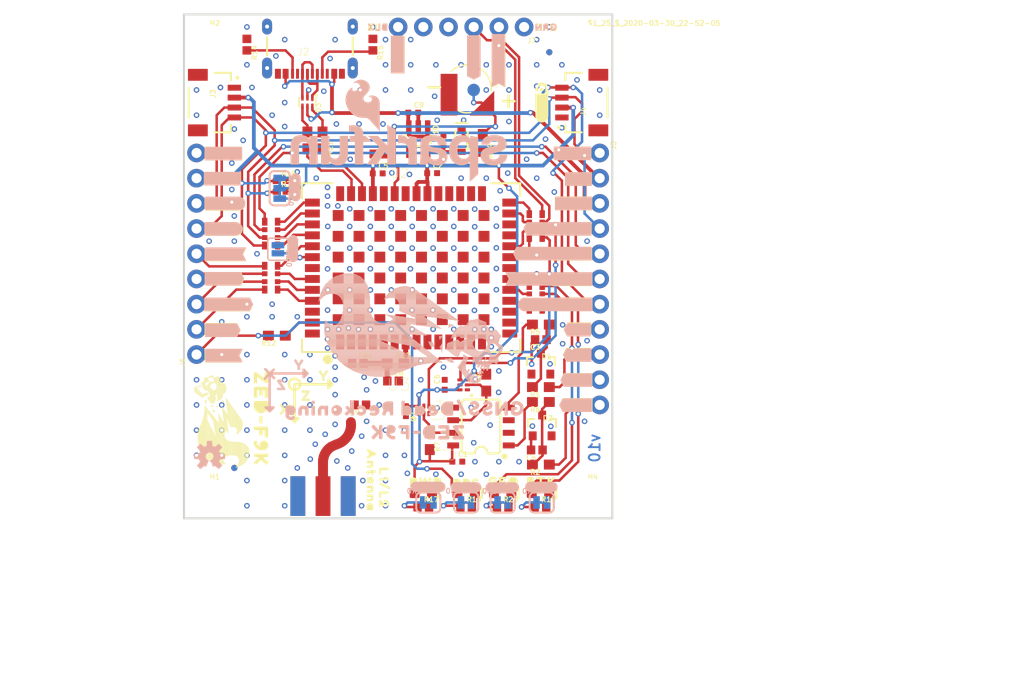
<source format=kicad_pcb>
(kicad_pcb (version 20211014) (generator pcbnew)
  (layers (0 "F.Cu" signal) (31 "B.Cu" signal) (34 "B.Paste" user) (35 "F.Paste" user) (36 "B.SilkS" user "B.Silkscreen") (37 "F.SilkS" user "F.Silkscreen") (38 "B.Mask" user) (39 "F.Mask" user) (44 "Edge.Cuts" user))
  (net 0 "")
  (net 1 "GND")
  (net 2 "3.3V")
  (net 3 "SCL/CLK")
  (net 4 "V_BATT")
  (net 5 "TXO/CIPO")
  (net 6 "D_SEL")
  (net 7 "PPS")
  (net 8 "~{RESET}")
  (net 9 "N$2")
  (net 10 "RXI/COPI")
  (net 11 "N$1")
  (net 12 "N$3")
  (net 13 "RF_IN")
  (net 14 "N$14")
  (net 15 "N$15")
  (net 16 "DMINUS")
  (net 17 "DPLUS")
  (net 18 "VIN")
  (net 19 "N$22")
  (net 20 "N$23")
  (net 21 "N$24")
  (net 22 "N$25")
  (net 23 "RTK_STAT")
  (net 24 "N$4")
  (net 25 "N$8")
  (net 26 "TX_READY")
  (net 27 "INT")
  (net 28 "SDA/~{CS}")
  (net 29 "TXO2")
  (net 30 "RXI2")
  (net 31 "N$5")
  (net 32 "V_RF")
  (net 33 "~{SAFEBOOT}")
  (net 34 "N$6")
  (net 35 "N$7")
  (net 36 "SHIELD")
  (net 37 "N$9")
  (net 38 "N$10")
  (net 39 "GEOF_STAT")
  (net 40 "N$11")
  (net 41 "N$12")
  (net 42 "N$16")
  (net 43 "N$17")
  (net 44 "N$18")
  (net 45 "N$19")
  (net 46 "N$20")
  (net 47 "N$21")
  (net 48 "N$26")
  (net 49 "N$27")
  (net 50 "N$28")
  (net 51 "N$29")
  (net 52 "N$30")
  (net 53 "N$31")
  (net 54 "N$32")
  (net 55 "N$33")
  (net 56 "N$34")
  (net 57 "N$35")
  (net 58 "WT+")
  (net 59 "WT_IN")
  (net 60 "DIR+")
  (net 61 "N$37")
  (net 62 "DIR_IN")
  (net 63 "WT_INV")
  (net 64 "DIR_INV")
  (net 65 "WT_OUT")
  (net 66 "DIR_OUT")
  (footprint "boardEagle:BLK225" (layer "F.Cu") (at 146.4801 80.8936)
    (fp_text reference "U$23" hide)
    (fp_text value "" hide)
  )
  (footprint "boardEagle:FIDUCIAL-MICRO" (layer "F.Cu") (at 163.7411 83.4136)
    (fp_text reference "FD3" hide)
    (fp_text value "FIDUCIALUFIDUCIAL" hide)
  )
  (footprint "boardEagle:X1" (layer "F.Cu") (at 135.6441 119.4286)
    (fp_text reference "U$32" hide)
    (fp_text value "" hide)
  )
  (footprint "boardEagle:JST04_1MM_RA" (layer "F.Cu") (at 165.0111 88.4936 90)
    (fp_text reference "J4")
    (fp_text value "QWIIC_RIGHT_ANGLE")
  )
  (footprint "boardEagle:#GND#0" (layer "F.Cu") (at 148.4811 83.6536 -90)
    (fp_text reference "U$17" hide)
    (fp_text value "" hide)
  )
  (footprint "boardEagle:1206_RA" (layer "F.Cu") (at 135.6741 101.7016 -90)
    (fp_text reference "R9" hide)
    (fp_text value "33" hide)
  )
  (footprint "boardEagle:0402" (layer "F.Cu") (at 151.0411 129.2606)
    (fp_text reference "R17")
    (fp_text value "1KOHM-0402-1/16W-1%" hide)
  )
  (footprint "boardEagle:1206_RA" (layer "F.Cu") (at 162.3441 100.9396 -90)
    (fp_text reference "R10" hide)
    (fp_text value "33" hide)
  )
  (footprint "boardEagle:#TXR#19" (layer "F.Cu") (at 130.9311 103.8136)
    (fp_text reference "U$67" hide)
    (fp_text value "" hide)
  )
  (footprint "boardEagle:L1#L2229" (layer "F.Cu") (at 147.0711 127.3536 -90)
    (fp_text reference "U$49" hide)
    (fp_text value "" hide)
  )
  (footprint "boardEagle:##SFBT##18" (layer "F.Cu") (at 131.2611 108.8536)
    (fp_text reference "U$69" hide)
    (fp_text value "" hide)
  )
  (footprint "boardEagle:##CS##11" (layer "F.Cu") (at 166.7111 101.2236)
    (fp_text reference "U$13" hide)
    (fp_text value "" hide)
  )
  (footprint "boardEagle:JST04_1MM_RA" (layer "F.Cu") (at 131.9911 88.4936 -90)
    (fp_text reference "J3")
    (fp_text value "QWIIC_RIGHT_ANGLE")
  )
  (footprint "boardEagle:##RST##17" (layer "F.Cu") (at 130.8611 106.2636)
    (fp_text reference "U$68" hide)
    (fp_text value "" hide)
  )
  (footprint "boardEagle:LED-0603" (layer "F.Cu") (at 155.3591 127.8636)
    (fp_text reference "D5")
    (fp_text value "BLUE")
  )
  (footprint "boardEagle:RTK24" (layer "F.Cu") (at 162.9511 126.7336)
    (fp_text reference "U$4" hide)
    (fp_text value "" hide)
  )
  (footprint "boardEagle:FIDUCIAL-MICRO" (layer "F.Cu") (at 131.9911 125.3236)
    (fp_text reference "FD1" hide)
    (fp_text value "FIDUCIALUFIDUCIAL" hide)
  )
  (footprint "boardEagle:Z0" (layer "F.Cu") (at 137.8031 118.0316)
    (fp_text reference "U$63" hide)
    (fp_text value "" hide)
  )
  (footprint "boardEagle:0402" (layer "F.Cu") (at 133.2611 82.6516 -90)
    (fp_text reference "R14")
    (fp_text value "5.1k")
  )
  (footprint "boardEagle:0603" (layer "F.Cu") (at 139.3571 92.3036 -90)
    (fp_text reference "R22")
    (fp_text value "27")
  )
  (footprint "boardEagle:#5V#1" (layer "F.Cu") (at 166.6911 96.1936)
    (fp_text reference "U$15" hide)
    (fp_text value "" hide)
  )
  (footprint "boardEagle:SOD-323" (layer "F.Cu") (at 154.9019 92.3036 -90)
    (fp_text reference "D8")
    (fp_text value "0.5A/40V/420mV")
  )
  (footprint "boardEagle:#SCK#12" (layer "F.Cu") (at 166.3211 108.8136)
    (fp_text reference "U$10" hide)
    (fp_text value "" hide)
  )
  (footprint "boardEagle:0603" (layer "F.Cu") (at 162.89265 118.6756 180)
    (fp_text reference "R6")
    (fp_text value "470")
  )
  (footprint "boardEagle:LED-0603" (layer "F.Cu") (at 151.0411 127.8636)
    (fp_text reference "D4")
    (fp_text value "RED")
  )
  (footprint "boardEagle:0603" (layer "F.Cu") (at 157.0355 92.5576 -90)
    (fp_text reference "R24")
    (fp_text value "3.3k")
  )
  (footprint "boardEagle:LED-0603" (layer "F.Cu") (at 162.8521 127.8636)
    (fp_text reference "D6")
    (fp_text value "BLUE")
  )
  (footprint "boardEagle:1206_RA" (layer "F.Cu") (at 162.3441 108.1786 -90)
    (fp_text reference "R11" hide)
    (fp_text value "33" hide)
  )
  (footprint "boardEagle:SOT23-3" (layer "F.Cu") (at 163.01965 121.0892)
    (fp_text reference "D2")
    (fp_text value "15V" hide)
  )
  (footprint "boardEagle:0603" (layer "F.Cu") (at 162.89265 124.984 180)
    (fp_text reference "R2")
    (fp_text value "3.3k")
  )
  (footprint "boardEagle:#W##16" (layer "F.Cu") (at 166.6111 118.9736)
    (fp_text reference "U$5" hide)
    (fp_text value "" hide)
  )
  (footprint "boardEagle:SOT23-5" (layer "F.Cu") (at 150.5331 92.1766 180)
    (fp_text reference "U5")
    (fp_text value "3.3V")
  )
  (footprint "boardEagle:0402-TIGHT" (layer "F.Cu") (at 149.2883 119.5988 -90)
    (fp_text reference "C7")
    (fp_text value "0.1uF")
  )
  (footprint "boardEagle:0402" (layer "F.Cu") (at 147.9931 116.5606)
    (fp_text reference "C8")
    (fp_text value "47pF")
  )
  (footprint "boardEagle:0402" (layer "F.Cu") (at 159.0421 129.2606)
    (fp_text reference "R20")
    (fp_text value "1KOHM-0402-1/16W-1%")
  )
  (footprint "boardEagle:QWIIC_4MM" (layer "F.Cu") (at 162.9791 88.4936 -90)
    (fp_text reference "LOGO2" hide)
    (fp_text value "QWIIC_LOGO_4MM" hide)
  )
  (footprint "boardEagle:DEAD#RECKONING#GPS#BOARD#SILK#FINAL#JPG" (layer "F.Cu") (at 130.7801 120.6516 -90)
    (fp_text reference "U$20" hide)
    (fp_text value "" hide)
  )
  (footprint "boardEagle:STAND-OFF-TIGHT" (layer "F.Cu") (at 167.5511 82.1436)
    (fp_text reference "$1_25_$_2020-03-30_22-52-05")
    (fp_text value "STAND-OFFTIGHT")
  )
  (footprint "boardEagle:0402" (layer "F.Cu") (at 162.48625 123.5104 180)
    (fp_text reference "C4")
    (fp_text value "1nF" hide)
  )
  (footprint "boardEagle:0402-TIGHT" (layer "F.Cu") (at 136.6588 97.485172)
    (fp_text reference "R23")
    (fp_text value "4.7k" hide)
  )
  (footprint "boardEagle:1X06_NO_SILK" (layer "F.Cu") (at 161.2011 80.8736 180)
    (fp_text reference "J7")
    (fp_text value "")
  )
  (footprint "boardEagle:0402" (layer "F.Cu") (at 146.6215 93.6752 180)
    (fp_text reference "R3")
    (fp_text value "100K")
  )
  (footprint "boardEagle:0402-TIGHT" (layer "F.Cu") (at 153.0731 92.3036 90)
    (fp_text reference "C10")
    (fp_text value "1.0uF")
  )
  (footprint "boardEagle:0402-TIGHT" (layer "F.Cu") (at 153.2001 116.9416 90)
    (fp_text reference "C6")
    (fp_text value "0.1uF")
  )
  (footprint "boardEagle:0402" (layer "F.Cu") (at 162.8521 129.2606)
    (fp_text reference "R19")
    (fp_text value "1KOHM-0402-1/16W-1%")
  )
  (footprint "boardEagle:0402-TIGHT" (layer "F.Cu") (at 146.4437 95.631)
    (fp_text reference "C5")
    (fp_text value "0.1uF")
  )
  (footprint "boardEagle:#GND#0" (layer "F.Cu") (at 166.0811 93.6136)
    (fp_text reference "U$16" hide)
    (fp_text value "" hide)
  )
  (footprint "boardEagle:STAND-OFF-TIGHT" (layer "F.Cu") (at 129.4511 82.1436)
    (fp_text reference "H2")
    (fp_text value "STAND-OFFTIGHT")
  )
  (footprint "boardEagle:STAND-OFF-TIGHT" (layer "F.Cu") (at 167.5511 127.889)
    (fp_text reference "H4")
    (fp_text value "STAND-OFFTIGHT")
  )
  (footprint "boardEagle:0402-TIGHT" (layer "F.Cu") (at 151.9301 95.6056)
    (fp_text reference "C2")
    (fp_text value "1.0uF")
  )
  (footprint "boardEagle:0402-TIGHT" (layer "F.Cu") (at 150.0251 89.5096)
    (fp_text reference "C9")
    (fp_text value "1.0uF")
  )
  (footprint "boardEagle:1X09_NO_SILK" (layer "F.Cu") (at 128.1811 113.8936 90)
    (fp_text reference "J6")
    (fp_text value "")
  )
  (footprint "boardEagle:PWR22" (layer "F.Cu") (at 151.3111 126.7736)
    (fp_text reference "U$1" hide)
    (fp_text value "" hide)
  )
  (footprint "boardEagle:0603" (layer "F.Cu") (at 136.2778 111.9886 180)
    (fp_text reference "R12")
    (fp_text value "33")
  )
  (footprint "boardEagle:GEO23" (layer "F.Cu") (at 159.1411 126.7036)
    (fp_text reference "U$3" hide)
    (fp_text value "" hide)
  )
  (footprint "boardEagle:SOT23-3" (layer "F.Cu") (at 162.89265 114.8626)
    (fp_text reference "D1")
    (fp_text value "15V" hide)
  )
  (footprint "boardEagle:#3V3#6" (layer "F.Cu") (at 130.8111 96.1736)
    (fp_text reference "U$55" hide)
    (fp_text value "" hide)
  )
  (footprint "boardEagle:STAND-OFF-TIGHT" (layer "F.Cu") (at 129.4511 127.889)
    (fp_text reference "H1")
    (fp_text value "STAND-OFFTIGHT")
  )
  (footprint "boardEagle:0603" (layer "F.Cu") (at 151.6965 122.6214 -90)
    (fp_text reference "R7")
    (fp_text value "910")
  )
  (footprint "boardEagle:0603" (layer "F.Cu") (at 140.8811 92.3036 -90)
    (fp_text reference "R21")
    (fp_text value "27")
  )
  (footprint "boardEagle:#3V3#6" (layer "F.Cu") (at 166.1711 98.6636)
    (fp_text reference "U$7" hide)
    (fp_text value "" hide)
  )
  (footprint "boardEagle:#GND#0" (layer "F.Cu") (at 130.8911 93.6436)
    (fp_text reference "U$44" hide)
    (fp_text value "" hide)
  )
  (footprint "boardEagle:SIP6" (layer "F.Cu") (at 151.1079 119.4626)
    (fp_text reference "U3")
    (fp_text value "UHS_INVERTER_SCHMITT_TRIGGERSIP6")
  )
  (footprint "boardEagle:#CIPO#10" (layer "F.Cu") (at 165.9411 106.3136)
    (fp_text reference "U$11" hide)
    (fp_text value "" hide)
  )
  (footprint "boardEagle:#PPS#20" (layer "F.Cu") (at 130.7211 114.0206)
    (fp_text reference "U$71" hide)
    (fp_text value "" hide)
  )
  (footprint "boardEagle:PPS21" (layer "F.Cu") (at 155.4111 126.9036)
    (fp_text reference "U$2" hide)
    (fp_text value "" hide)
  )
  (footprint "boardEagle:1X11_NO_SILK" (layer "F.Cu") (at 168.8211 93.5736 -90)
    (fp_text reference "J5")
    (fp_text value "")
  )
  (footprint "boardEagle:LED-0603" (layer "F.Cu") (at 159.0421 127.8636)
    (fp_text reference "D7")
    (fp_text value "BLUE")
  )
  (footprint "boardEagle:#W##15" (layer "F.Cu") (at 166.6511 116.4436)
    (fp_text reference "U$6" hide)
    (fp_text value "" hide)
  )
  (footprint "boardEagle:ZED#F9K230" (layer "F.Cu") (at 134.6711 120.4036 -90)
    (fp_text reference "U$73" hide)
    (fp_text value "" hide)
  )
  (footprint "boardEagle:0402" (layer "F.Cu") (at 155.3591 129.2606)
    (fp_text reference "R18")
    (fp_text value "1KOHM-0402-1/16W-1%")
  )
  (footprint "boardEagle:#COPI#9" (layer "F.Cu") (at 165.9411 103.7436)
    (fp_text reference "U$12" hide)
    (fp_text value "" hide)
  )
  (footprint "boardEagle:#3V3#6" (layer "F.Cu") (at 166.2011 98.6336)
    (fp_text reference "U$14" hide)
    (fp_text value "" hide)
  )
  (footprint "boardEagle:0402" (layer "F.Cu") (at 162.89265 112.3916 180)
    (fp_text reference "C3")
    (fp_text value "1nF" hide)
  )
  (footprint "boardEagle:#SCL#13" (layer "F.Cu") (at 130.7611 101.2436)
    (fp_text reference "U$66" hide)
    (fp_text value "" hide)
  )
  (footprint "boardEagle:USB-C-16P-2LAYER-PADS" (layer "F.Cu") (at 139.6111 85.9282 180)
    (fp_text reference "J2")
    (fp_text value "")
  )
  (footprint "boardEagle:SO08" (layer "F.Cu") (at 156.8537 121.1474 90)
    (fp_text reference "U1")
    (fp_text value "DUAL-OPTO_HCPL-073LSOIC-8")
  )
  (footprint "boardEagle:ANTENNA229" (layer "F.Cu") (at 145.8011 126.5736 -90)
    (fp_text reference "U$62" hide)
    (fp_text value "" hide)
  )
  (footprint "boardEagle:#TXO2#20" (layer "F.Cu") (at 158.6311 84.1136 -90)
    (fp_text reference "U$18" hide)
    (fp_text value "" hide)
  )
  (footprint "boardEagle:0402" (layer "F.Cu") (at 144.6911 118.9736 180)
    (fp_text reference "D9")
    (fp_text value "PESD0402-0402")
  )
  (footprint "boardEagle:0603" (layer "F.Cu") (at 148.2471 114.7826)
    (fp_text reference "R13")
    (fp_text value "33")
  )
  (footprint "boardEagle:#D##14" (layer "F.Cu") (at 166.7611 111.3236)
    (fp_text reference "U$9" hide)
    (fp_text value "" hide)
  )
  (footprint "boardEagle:#SDA#12" (layer "F.Cu") (at 130.8611 98.7136)
    (fp_text reference "U$56" hide)
    (fp_text value "" hide)
  )
  (footprint "boardEagle:#D##13" (layer "F.Cu") (at 166.7011 113.9036)
    (fp_text reference "U$8" hide)
    (fp_text value "" hide)
  )
  (footprint "boardEagle:Y2" (layer "F.Cu") (at 139.5811 115.9996)
    (fp_text reference "U$50" hide)
    (fp_text value "" hide)
  )
  (footprint "boardEagle:GRN226" (layer "F.Cu") (at 163.4231 80.9106)
    (fp_text reference "U$26" hide)
    (fp_text value "" hide)
  )
  (footprint "boardEagle:CREATIVE_COMMONS" (layer "F.Cu") (at 128.6891 146.6596)
    (fp_text reference "FRAME1" hide)
    (fp_text value "FRAME-LEDGER" hide)
  )
  (footprint "boardEagle:SOT886" (layer "F.Cu") (at 139.3571 88.4428 -90)
    (fp_text reference "D3")
    (fp_text value "PRTR5V0U2F")
  )
  (footprint "boardEagle:ML414H_IV01E" (layer "F.Cu") (at 155.4861 87.0966 -90)
    (fp_text reference "BT1")
    (fp_text value "ML414H_IV01E_BATTERY")
  )
  (footprint "boardEagle:0402" (layer "F.Cu") (at 144.4371 114.7826)
    (fp_text reference "FB1")
    (fp_text value "120Ω")
  )
  (footprint "boardEagle:0603" (layer "F.Cu") (at 157.3861 116.7228 90)
    (fp_text reference "R4")
    (fp_text value "910")
  )
  (footprint "boardEagle:0603" (layer "F.Cu") (at 162.89265 110.8686 180)
    (fp_text reference "R5")
    (fp_text value "470")
  )
  (footprint "boardEagle:RX224" (layer "F.Cu") (at 156.1211 83.3566 -90)
    (fp_text reference "U$21" hide)
    (fp_text value "" hide)
  )
  (footprint "boardEagle:1206_RA" (layer "F.Cu") (at 135.6741 106.1466 -90)
    (fp_text reference "R8" hide)
    (fp_text value "33" hide)
  )
  (footprint "boardEagle:UBLOX_ZED_F9K" (layer "F.Cu") (at 149.7711 105.0036)
    (fp_text reference "U2")
    (fp_text value "U-BLOX_ZED_F9K")
  )
  (footprint "boardEagle:SMA-EDGE" (layer "F.Cu") (at 140.9311 128.1636 180)
    (fp_text reference "E1" hide)
    (fp_text value "ANTENNA-SMA-GROUNDEDEDGE_SMA" hide)
  )
  (footprint "boardEagle:#INT#14" (layer "F.Cu") (at 130.6211 111.3936)
    (fp_text reference "U$70" hide)
    (fp_text value "" hide)
  )
  (footprint "boardEagle:0402-TIGHT" (layer "F.Cu") (at 154.4701 124.6886)
    (fp_text reference "C1")
    (fp_text value "0.1uF" hide)
  )
  (footprint "boardEagle:0603" (layer "F.Cu") (at 162.89265 117.1726 180)
    (fp_text reference "R1")
    (fp_text value "3.3k")
  )
  (footprint "boardEagle:SIP6" (layer "F.Cu") (at 155.1051 116.9416 90)
    (fp_text reference "U4")
    (fp_text value "UHS_INVERTER_SCHMITT_TRIGGERSIP6")
  )
  (footprint "boardEagle:0402" (layer "F.Cu") (at 145.9611 82.6516 -90)
    (fp_text reference "R15")
    (fp_text value "5.1k")
  )
  (footprint "boardEagle:0402-TIGHT" (layer "F.Cu") (at 136.6588 96.402557)
    (fp_text reference "R16")
    (fp_text value "4.7k" hide)
  )
  (footprint "boardEagle:#PPS#0" (layer "B.Cu") (at 130.7611 113.9936 180)
    (fp_text reference "U$45" hide)
    (fp_text value "" hide)
  )
  (footprint "boardEagle:#GND#0" (layer "B.Cu") (at 166.0811 93.6136 180)
    (fp_text reference "U$25" hide)
    (fp_text value "" hide)
  )
  (footprint "boardEagle:FIDUCIAL-MICRO" (layer "B.Cu") (at 131.9911 125.3236 180)
    (fp_text reference "FD2" hide)
    (fp_text value "FIDUCIALUFIDUCIAL" hide)
  )
  (footprint "boardEagle:#SCL#SCK#12" (layer "B.Cu") (at 164.5111 108.8436 180)
    (fp_text reference "U$30" hide)
    (fp_text value "" hide)
  )
  (footprint "boardEagle:SMT-JUMPER_3_2-NC_TRACE_SILK" (layer "B.Cu") (at 136.5631 97.1296 90)
    (fp_text reference "I2C0")
    (fp_text value "JUMPER-SMT_3_2-NC_TRACE_SILK")
  )
  (footprint "boardEagle:#PWR#23" (layer "B.Cu") (at 151.5111 127.2336 180)
    (fp_text reference "U$51" hide)
    (fp_text value "" hide)
  )
  (footprint "boardEagle:#TXO2#1" (layer "B.Cu") (at 158.6111 84.0836 90)
    (fp_text reference "U$60" hide)
    (fp_text value "" hide)
  )
  (footprint "boardEagle:ZED#F9K230" (layer "B.Cu") (at 150.4011 121.7336 180)
    (fp_text reference "U$72" hide)
    (fp_text value "" hide)
  )
  (footprint "boardEagle:#3V3#6" (layer "B.Cu") (at 130.7811 96.1636 180)
    (fp_text reference "U$37" hide)
    (fp_text value "" hide)
  )
  (footprint "boardEagle:SMT-JUMPER_2_NO_SILK" (layer "B.Cu") (at 136.3853 103.2764 90)
    (fp_text reference "SPI0")
    (fp_text value "JUMPER-SMT_2_NO_SILK")
  )
  (footprint "boardEagle:SMT-JUMPER_2_NC_TRACE_SILK" (layer "B.Cu") (at 159.0421 128.8034 180)
    (fp_text reference "GEO0")
    (fp_text value "JUMPER-SMT_2_NC_TRACE_SILK")
  )
  (footprint "boardEagle:#SCL#7" (layer "B.Cu") (at 130.7111 101.2236 180)
    (fp_text reference "U$39" hide)
    (fp_text value "" hide)
  )
  (footprint "boardEagle:SMT-JUMPER_2_NC_TRACE_SILK" (layer "B.Cu") (at 155.3591 128.8034 180)
    (fp_text reference "PPS0")
    (fp_text value "JUMPER-SMT_2_NC_TRACE_SILK")
  )
  (footprint "boardEagle:##RST##16" (layer "B.Cu") (at 130.8211 106.2536 180)
    (fp_text reference "U$41" hide)
    (fp_text value "" hide)
  )
  (footprint "boardEagle:SMT-JUMPER_2_NC_TRACE_SILK" (layer "B.Cu") (at 162.9791 128.8034 180)
    (fp_text reference "RTK0")
    (fp_text value "JUMPER-SMT_2_NC_TRACE_SILK")
  )
  (footprint "boardEagle:BLK227" (layer "B.Cu") (at 146.4201 80.8936 180)
    (fp_text reference "U$61" hide)
    (fp_text value "" hide)
  )
  (footprint "boardEagle:#I2C#23" (layer "B.Cu") (at 138.1711 97.0336 90)
    (fp_text reference "U$54" hide)
    (fp_text value "" hide)
  )
  (footprint "boardEagle:#GND#0" (layer "B.Cu") (at 148.4511 83.6536 90)
    (fp_text reference "U$58" hide)
    (fp_text value "" hide)
  )
  (footprint "boardEagle:Z0" (layer "B.Cu") (at 138.0871 116.9416 180)
    (fp_text reference "U$57" hide)
    (fp_text value "" hide)
  )
  (footprint "boardEagle:#SDA##CS##10" (layer "B.Cu") (at 164.7211 101.2236 180)
    (fp_text reference "U$27" hide)
    (fp_text value "" hide)
  )
  (footprint "boardEagle:#W##5" (layer "B.Cu") (at 166.6211 116.4636 180)
    (fp_text reference "U$35" hide)
    (fp_text value "" hide)
  )
  (footprint "boardEagle:FIDUCIAL-MICRO" (layer "B.Cu") (at 163.7411 83.4136 180)
    (fp_text reference "FD4" hide)
    (fp_text value "FIDUCIALUFIDUCIAL" hide)
  )
  (footprint "boardEagle:OSHW-LOGO-S" (layer "B.Cu") (at 129.4941 124.1626 180)
    (fp_text reference "LOGO1" hide)
    (fp_text value "OSHW-LOGOS" hide)
  )
  (footprint "boardEagle:Y2" (layer "B.Cu") (at 139.8651 114.9096 180)
    (fp_text reference "U$52" hide)
    (fp_text value "" hide)
  )
  (footprint "boardEagle:#3V3#6" (layer "B.Cu") (at 166.1811 98.6636 180)
    (fp_text reference "U$22" hide)
    (fp_text value "" hide)
  )
  (footprint "boardEagle:#RTK#25" (layer "B.Cu") (at 162.9411 127.2336 180)
    (fp_text reference "U$46" hide)
    (fp_text value "" hide)
  )
  (footprint "boardEagle:#INT#8" (layer "B.Cu") (at 130.6511 111.4436 180)
    (fp_text reference "U$43" hide)
    (fp_text value "" hide)
  )
  (footprint "boardEagle:SMT-JUMPER_2_NC_TRACE_SILK" (layer "B.Cu") (at 151.5491 128.8034 180)
    (fp_text reference "PWR0")
    (fp_text value "JUMPER-SMT_2_NC_TRACE_SILK")
  )
  (footprint "boardEagle:#D##6" (layer "B.Cu") (at 166.7311 113.9436 180)
    (fp_text reference "U$31" hide)
    (fp_text value "" hide)
  )
  (footprint "boardEagle:SFE_LOGO_NAME_FLAME_.2" (layer "B.Cu") (at 148.5011 93.5736 180)
    (fp_text reference "LOGO3" hide)
    (fp_text value "SFE_LOGO_NAME_FLAME.2_INCH" hide)
  )
  (footprint "boardEagle:#GEO#24" (layer "B.Cu") (at 159.0111 127.2836 180)
    (fp_text reference "U$47" hide)
    (fp_text value "" hide)
  )
  (footprint "boardEagle:#TXO#CIPO#9" (layer "B.Cu") (at 163.8681 106.2736 180)
    (fp_text reference "U$74" hide)
    (fp_text value "" hide)
  )
  (footprint "boardEagle:#SDA#6" (layer "B.Cu") (at 130.8811 98.6536 180)
    (fp_text reference "U$38" hide)
    (fp_text value "" hide)
  )
  (footprint "boardEagle:PAD.03X.05" (layer "B.Cu") (at 156.1211 87.2236 180)
    (fp_text reference "TP1" hide)
    (fp_text value "TEST-POINT3X5" hide)
  )
  (footprint "boardEagle:##SFBT##17" (layer "B.Cu") (at 131.2611 108.8336 180)
    (fp_text reference "U$42" hide)
    (fp_text value "" hide)
  )
  (footprint "boardEagle:#SPI#22" (layer "B.Cu") (at 137.9111 103.2136 90)
    (fp_text reference "U$53" hide)
    (fp_text value "" hide)
  )
  (footprint "boardEagle:GNSS#DEAD_RECKONING230" (layer "B.Cu") (at 149.0511 119.3436 180)
    (fp_text reference "U$65" hide)
    (fp_text value "" hide)
  )
  (footprint "boardEagle:#PPS#21" (layer "B.Cu") (at 155.3311 127.2736 180)
    (fp_text reference "U$48" hide)
    (fp_text value "" hide)
  )
  (footprint "boardEagle:#W##4" (layer "B.Cu") (at 166.5611 118.9936 180)
    (fp_text reference "U$34" hide)
    (fp_text value "" hide)
  )
  (footprint "boardEagle:#5V#1" (layer "B.Cu") (at 166.6811 96.2036 180)
    (fp_text reference "U$24" hide)
    (fp_text value "" hide)
  )
  (footprint "boardEagle:#TXR#3" (layer "B.Cu") (at 130.9211 103.7736 180)
    (fp_text reference "U$40" hide)
    (fp_text value "" hide)
  )
  (footprint "boardEagle:GRN228" (layer "B.Cu") (at 163.3731 80.9006 180)
    (fp_text reference "U$64" hide)
    (fp_text value "" hide)
  )
  (footprint "boardEagle:DEAD#RECKONING#GPS#BOARD#SILK#FINAL#JPG" (layer "B.Cu") (at 149.7311 111.1436 180)
    (fp_text reference "U$19" hide)
    (fp_text value "" hide)
  )
  (footprint "boardEagle:#D##7" (layer "B.Cu") (at 166.7411 111.3836 180)
    (fp_text reference "U$33" hide)
    (fp_text value "" hide)
  )
  (footprint "boardEagle:#RXI#COPI#8" (layer "B.Cu") (at 164.2111 103.7136 180)
    (fp_text reference "U$28" hide)
    (fp_text value "" hide)
  )
  (footprint "boardEagle:#GND#0" (layer "B.Cu") (at 130.8811 93.6336 180)
    (fp_text reference "U$36" hide)
    (fp_text value "" hide)
  )
  (footprint "boardEagle:#RXI2#227" (layer "B.Cu") (at 156.1311 83.7736 90)
    (fp_text reference "U$59" hide)
    (fp_text value "" hide)
  )
  (gr_line (start 135.9281 119.2276) (end 135.1661 119.2276) (layer "B.SilkS") (width 0.254))
  (gr_line (start 135.5471 119.6086) (end 135.9281 119.2276) (layer "B.SilkS") (width 0.254))
  (gr_line (start 135.1661 119.2276) (end 135.5471 119.6086) (layer "B.SilkS") (width 0.254))
  (gr_line (start 135.111687 115.363191) (end 136.009712 116.261216) (layer "B.SilkS") (width 0.254))
  (gr_line (start 138.9761 115.4176) (end 138.9761 116.1796) (layer "B.SilkS") (width 0.254))
  (gr_line (start 139.3571 115.7986) (end 138.9761 115.4176) (layer "B.SilkS") (width 0.254))
  (gr_line (start 135.5471 115.7986) (end 139.3571 115.7986) (layer "B.SilkS") (width 0.254))
  (gr_line (start 138.9761 116.1796) (end 139.3571 115.7986) (layer "B.SilkS") (width 0.254))
  (gr_line (start 135.957109 115.413991) (end 135.059084 116.312016) (layer "B.SilkS") (width 0.254))
  (gr_line (start 135.5471 119.6086) (end 135.5471 115.7986) (layer "B.SilkS") (width 0.254))
  (gr_line (start 138.0571 116.8886) (end 141.8671 116.8886) (layer "F.SilkS") (width 0.254))
  (gr_line (start 141.4861 117.2696) (end 141.8671 116.8886) (layer "F.SilkS") (width 0.254))
  (gr_line (start 138.4381 120.3176) (end 138.0571 120.6986) (layer "F.SilkS") (width 0.254))
  (gr_line (start 138.0571 120.6986) (end 138.0571 116.8886) (layer "F.SilkS") (width 0.254))
  (gr_line (start 137.6761 120.3176) (end 138.4381 120.3176) (layer "F.SilkS") (width 0.254))
  (gr_circle (center 138.0571 116.8886) (end 138.625059 116.8886) (layer "F.SilkS") (width 0.254) (fill none))
  (gr_line (start 138.0571 120.6986) (end 137.6761 120.3176) (layer "F.SilkS") (width 0.254))
  (gr_line (start 141.4861 116.5076) (end 141.4861 117.2696) (layer "F.SilkS") (width 0.254))
  (gr_line (start 141.8671 116.8886) (end 141.4861 116.5076) (layer "F.SilkS") (width 0.254))
  (gr_line (start 170.0911 79.6036) (end 170.0911 130.4036) (layer "Edge.Cuts") (width 0.2032))
  (gr_line (start 126.9111 79.6036) (end 170.0911 79.6036) (layer "Edge.Cuts") (width 0.2032))
  (gr_line (start 170.0911 130.4036) (end 126.9111 130.4036) (layer "Edge.Cuts") (width 0.2032))
  (gr_line (start 126.9111 130.4036) (end 126.9111 79.6036) (layer "Edge.Cuts") (width 0.2032))
  (gr_text "v10" (at 168.9481 121.7676 -270) (layer "B.Cu") (effects (font (size 1.0795 1.0795) (thickness 0.1905)) (justify left bottom mirror)))
  (gr_text "+" (at 158.5341 89.1286) (layer "F.SilkS") (effects (font (size 1.5113 1.5113) (thickness 0.2667)) (justify left bottom)))
  (gr_text "-" (at 151.0411 87.7316) (layer "F.SilkS") (effects (font (size 1.5113 1.5113) (thickness 0.2667)) (justify left bottom)))
  (segment (start 150.5331 89.5176) (end 150.5251 89.5096) (width 0.381) (layer "F.Cu") (net 1))
  (segment (start 162.31265 112.3916) (end 161.9631 112.74115) (width 0.254) (layer "F.Cu") (net 1))
  (segment (start 161.90625 123.5104) (end 161.90625 122.2526) (width 0.254) (layer "F.Cu") (net 1))
  (segment (start 161.9631 112.74115) (end 161.9631 114.8588) (width 0.254) (layer "F.Cu") (net 1))
  (segment (start 139.3571 87.3506) (end 139.4841 87.2236) (width 0.254) (layer "F.Cu") (net 1))
  (segment (start 139.3571 88.0128) (end 139.3571 87.3506) (width 0.254) (layer "F.Cu") (net 1))
  (segment (start 150.5331 90.8765) (end 150.5331 89.5176) (width 0.381) (layer "F.Cu") (net 1))
  (segment (start 161.90625 122.2526) (end 162.06965 122.0892) (width 0.254) (layer "F.Cu") (net 1))
  (via (at 143.6227 103.1642) (size 0.5588) (drill 0.3048) (layers "F.Cu" "B.Cu") (net 1))
  (via (at 143.8261 123.6246) (size 0.5588) (drill 0.3048) (layers "F.Cu" "B.Cu") (net 1))
  (via (at 141.3875 109.4126) (size 0.5588) (drill 0.3048) (layers "F.Cu" "B.Cu") (net 1))
  (via (at 149.7711 84.6836) (size 0.5588) (drill 0.3048) (layers "F.Cu" "B.Cu") (net 1))
  (via (at 142.1511 120.9336) (size 0.5588) (drill 0.3048) (layers "F.Cu" "B.Cu") (net 1))
  (via (at 147.8661 95.5802) (size 0.5588) (drill 0.3048) (layers "F.Cu" "B.Cu") (net 1))
  (via (at 139.4841 87.2236) (size 0.5588) (drill 0.3048) (layers "F.Cu" "B.Cu") (net 1))
  (via (at 149.9219 107.3806) (size 0.5588) (drill 0.3048) (layers "F.Cu" "B.Cu") (net 1))
  (via (at 141.3891 97.0428) (size 0.5588) (drill 0.3048) (layers "F.Cu" "B.Cu") (net 1))
  (via (at 130.7211 124.0536) (size 0.5588) (drill 0.3048) (layers "F.Cu" "B.Cu") (net 1))
  (via (at 156.2211 111.3684) (size 0.5588) (drill 0.3048) (layers "F.Cu" "B.Cu") (net 1))
  (via (at 137.0711 124.0536) (size 0.5588) (drill 0.3048) (layers "F.Cu" "B.Cu") (net 1))
  (via (at 141.3891 112.3336) (size 0.5588) (drill 0.3048) (layers "F.Cu" "B.Cu") (net 1))
  (via (at 141.1511 121.9336) (size 0.5588) (drill 0.3048) (layers "F.Cu" "B.Cu") (net 1))
  (via (at 145.6801 109.4126) (size 0.5588) (drill 0.3048) (layers "F.Cu" "B.Cu") (net 1))
  (via (at 160.6931 124.6886) (size 0.5588) (drill 0.3048) (layers "F.Cu" "B.Cu") (net 1))
  (via (at 139.6111 118.9736) (size 0.5588) (drill 0.3048) (layers "F.Cu" "B.Cu") (net 1))
  (via (at 131.7371 94.5896) (size 0.5588) (drill 0.3048) (layers "F.Cu" "B.Cu") (net 1))
  (via (at 128.1811 121.5136) (size 0.5588) (drill 0.3048) (layers "F.Cu" "B.Cu") (net 1))
  (via (at 141.4129 107.3806) (size 0.5588) (drill 0.3048) (layers "F.Cu" "B.Cu") (net 1))
  (via (at 137.0711 88.4936) (size 0.5588) (drill 0.3048) (layers "F.Cu" "B.Cu") (net 1))
  (via (at 149.4353 125.8686) (size 0.5588) (drill 0.3048) (layers "F.Cu" "B.Cu") (net 1))
  (via (at 130.7211 118.9736) (size 0.5588) (drill 0.3048) (layers "F.Cu" "B.Cu") (net 1))
  (via (at 152.4381 90.2716) (size 0.5588) (drill 0.3048) (layers "F.Cu" "B.Cu") (net 1))
  (via (at 165.0111 84.6836) (size 0.5588) (drill 0.3048) (layers "F.Cu" "B.Cu") (net 1))
  (via (at 137.0711 90.9066) (size 0.5588) (drill 0.3048) (layers "F.Cu" "B.Cu") (net 1))
  (via (at 157.8991 113.0956) (size 0.5588) (drill 0.3048) (layers "F.Cu" "B.Cu") (net 1))
  (via (at 145.0721 116.1796) (size 0.5588) (drill 0.3048) (layers "F.Cu" "B.Cu") (net 1))
  (via (at 164.2491 97.5106) (size 0.5588) (drill 0.3048) (layers "F.Cu" "B.Cu") (net 1))
  (via (at 154.1129 107.3806) (size 0.5588) (drill 0.3048) (layers "F.Cu" "B.Cu") (net 1))
  (via (at 156.1211 122.7836) (size 0.5588) (drill 0.3048) (layers "F.Cu" "B.Cu") (net 1))
  (via (at 165.0873 110.8964) (size 0.5588) (drill 0.3048) (layers "F.Cu" "B.Cu") (net 1))
  (via (at 158.4055 105.2216) (size 0.5588) (drill 0.3048) (layers "F.Cu" "B.Cu") (net 1))
  (via (at 162.4711 103.8606) (size 0.5588) (drill 0.3048) (layers "F.Cu" "B.Cu") (net 1))
  (via (at 131.9911 91.1606) (size 0.5588) (drill 0.3048) (layers "F.Cu" "B.Cu") (net 1))
  (via (at 144.8181 129.1336) (size 0.5588) (drill 0.3048) (layers "F.Cu" "B.Cu") (net 1))
  (via (at 139.6111 116.4336) (size 0.5588) (drill 0.3048) (layers "F.Cu" "B.Cu") (net 1))
  (via (at 158.4055 107.3552) (size 0.5588) (drill 0.3048) (layers "F.Cu" "B.Cu") (net 1))
  (via (at 166.5351 86.2076) (size 0.5588) (drill 0.3048) (layers "F.Cu" "B.Cu") (net 1))
  (via (at 147.8137 111.343) (size 0.5588) (drill 0.3048) (layers "F.Cu" "B.Cu") (net 1))
  (via (at 162.4711 86.8426) (size 0.5588) (drill 0.3048) (layers "F.Cu" "B.Cu") (net 1))
  (via (at 154.1129 99.2018) (size 0.5588) (drill 0.3048) (layers "F.Cu" "B.Cu") (net 1))
  (via (at 150.7871 114.5286) (size 0.5588) (drill 0.3048) (layers "F.Cu" "B.Cu") (net 1))
  (via (at 135.8011 110.0836) (size 0.5588) (drill 0.3048) (layers "F.Cu" "B.Cu") (net 1))
  (via (at 155.1051 90.2716) (size 0.5588) (drill 0.3048) (layers "F.Cu" "B.Cu") (net 1))
  (via (at 141.4129 100.9798) (size 0.5588) (drill 0.3048) (layers "F.Cu" "B.Cu") (net 1))
  (via (at 128.1811 89.7636) (size 0.5588) (drill 0.3048) (layers "F.Cu" "B.Cu") (net 1))
  (via (at 153.0731 115.1636) (size 0.5588) (drill 0.3048) (layers "F.Cu" "B.Cu") (net 1))
  (via (at 131.7371 97.2566) (size 0.5588) (drill 0.3048) (layers "F.Cu" "B.Cu") (net 1))
  (via (at 156.2211 103.1896) (size 0.5588) (drill 0.3048) (layers "F.Cu" "B.Cu") (net 1))
  (via (at 142.5051 111.3536) (size 0.5588) (drill 0.3048) (layers "F.Cu" "B.Cu") (net 1))
  (via (at 156.2211 107.406) (size 0.5588) (drill 0.3048) (layers "F.Cu" "B.Cu") (net 1))
  (via (at 133.2611 113.8936) (size 0.5588) (drill 0.3048) (layers "F.Cu" "B.Cu") (net 1))
  (via (at 147.2311 84.6836) (size 0.5588) (drill 0.3048) (layers "F.Cu" "B.Cu") (net 1))
  (via (at 162.0393 121.1072) (size 0.5588) (drill 0.3048) (layers "F.Cu" "B.Cu") (net 1))
  (via (at 145.7055 99.2018) (size 0.5588) (drill 0.3048) (layers "F.Cu" "B.Cu") (net 1))
  (via (at 157.3911 125.9586) (size 0.5588) (drill 0.3048) (layers "F.Cu" "B.Cu") (net 1))
  (via (at 142.3261 124.6246) (size 0.5588) (drill 0.3048) (layers "F.Cu" "B.Cu") (net 1))
  (via (at 133.2611 118.9736) (size 0.5588) (drill 0.3048) (layers "F.Cu" "B.Cu") (net 1))
  (via (at 142.1511 114.0206) (size 0.5588) (drill 0.3048) (layers "F.Cu" "B.Cu") (net 1))
  (via (at 161.4551 94.2086) (size 0.5588) (drill 0.3048) (layers "F.Cu" "B.Cu") (net 1))
  (via (at 161.9631 114.8588) (size 0.5588) (drill 0.3048) (layers "F.Cu" "B.Cu") (net 1))
  (via (at 162.4711 84.6836) (size 0.5588) (drill 0.3048) (layers "F.Cu" "B.Cu") (net 1))
  (via (at 133.2611 129.1336) (size 0.5588) (drill 0.3048) (layers "F.Cu" "B.Cu") (net 1))
  (via (at 152.4381 119.2784) (size 0.5588) (drill 0.3048) (layers "F.Cu" "B.Cu") (net 1))
  (via (at 158.7881 97.3836) (size 0.5588) (drill 0.3048) (layers "F.Cu" "B.Cu") (net 1))
  (via (at 157.8991 112.2066) (size 0.5588) (drill 0.3048) (layers "F.Cu" "B.Cu") (net 1))
  (via (at 152.0301 99.2018) (size 0.5588) (drill 0.3048) (layers "F.Cu" "B.Cu") (net 1))
  (via (at 128.1811 124.0536) (size 0.5588) (drill 0.3048) (layers "F.Cu" "B.Cu") (net 1))
  (via (at 157.8991 111.3536) (size 0.5588) (drill 0.3048) (layers "F.Cu" "B.Cu") (net 1))
  (via (at 144.9451 126.5936) (size 0.5588) (drill 0.3048) (layers "F.Cu" "B.Cu") (net 1))
  (via (at 144.5117 111.3536) (size 0.5588) (drill 0.3048) (layers "F.Cu" "B.Cu") (net 1))
  (via (at 147.8137 99.2018) (size 0.5588) (drill 0.3048) (layers "F.Cu" "B.Cu") (net 1))
  (via (at 131.9911 99.9236) (size 0.5588) (drill 0.3048) (layers "F.Cu" "B.Cu") (net 1))
  (via (at 132.8801 92.3036) (size 0.5588) (drill 0.3048) (layers "F.Cu" "B.Cu") (net 1))
  (via (at 130.7211 113.8936) (size 0.5588) (drill 0.3048) (layers "F.Cu" "B.Cu") (net 1))
  (via (at 142.2781 90.6526) (size 0.5588) (drill 0.3048) (layers "F.Cu" "B.Cu") (net 1))
  (via (at 141.3891 111.3536) (size 0.5588) (drill 0.3048) (layers "F.Cu" "B.Cu") (net 1))
  (via (at 128.1811 116.4336) (size 0.5588) (drill 0.3048) (layers "F.Cu" "B.Cu") (net 1))
  (via (at 149.7441 105.247) (size 0.5588) (drill 0.3048) (layers "F.Cu" "B.Cu") (net 1))
  (via (at 152.3111 125.9586) (size 0.5588) (drill 0.3048) (layers "F.Cu" "B.Cu") (net 1))
  (via (at 156.2735 116.3828) (size 0.5588) (drill 0.3048) (layers "F.Cu" "B.Cu") (net 1))
  (via (at 158.4055 100.9544) (size 0.5588) (drill 0.3048) (layers "F.Cu" "B.Cu") (net 1))
  (via (at 133.2611 121.5136) (size 0.5588) (drill 0.3048) (layers "F.Cu" "B.Cu") (net 1))
  (via (at 157.1371 111.3536) (size 0.5588) (drill 0.3048) (layers "F.Cu" "B.Cu") (net 1))
  (via (at 156.2211 101.0052) (size 0.5588) (drill 0.3048) (layers "F.Cu" "B.Cu") (net 1))
  (via (at 153.0731 94.2086) (size 0.5588) (drill 0.3048) (layers "F.Cu" "B.Cu") (net 1))
  (via (at 130.5941 86.9696) (size 0.5588) (drill 0.3048) (layers "F.Cu" "B.Cu") (net 1))
  (via (at 149.9219 100.9798) (size 0.5588) (drill 0.3048) (layers "F.Cu" "B.Cu") (net 1))
  (via (at 152.0301 107.3806) (size 0.5588) (drill 0.3048) (layers "F.Cu" "B.Cu") (net 1))
  (via (at 163.8935 121.1326) (size 0.5588) (drill 0.3048) (layers "F.Cu" "B.Cu") (net 1))
  (via (at 147.8137 103.1642) (size 0.5588) (drill 0.3048) (layers "F.Cu" "B.Cu") (net 1))
  (via (at 159.6771 87.2236) (size 0.5588) (drill 0.3048) (layers "F.Cu" "B.Cu") (net 1))
  (via (at 130.7211 116.4336) (size 0.5588) (drill 0.3048) (layers "F.Cu" "B.Cu") (net 1))
  (via (at 147.2311 129.1336) (size 0.5588) (drill 0.3048) (layers "F.Cu" "B.Cu") (net 1))
  (via (at 131.9911 102.4636) (size 0.5588) (drill 0.3048) (layers "F.Cu" "B.Cu") (net 1))
  (via (at 154.1129 100.9798) (size 0.5588) (drill 0.3048) (layers "F.Cu" "B.Cu") (net 1))
  (via (at 142.1511 115.1636) (size 0.5588) (drill 0.3048) (layers "F.Cu" "B.Cu") (net 1))
  (via (at 140.2461 96.1136) (size 0.5588) (drill 0.3048) (layers "F.Cu" "B.Cu") (net 1))
  (via (at 162.4711 105.7656) (size 0.5588) (drill 0.3048) (layers "F.Cu" "B.Cu") (net 1))
  (via (at 140.1511 122.9336) (size 0.5588) (drill 0.3048) (layers "F.Cu" "B.Cu") (net 1))
  (via (at 130.7211 110.5916) (size 0.5588) (drill 0.3048) (layers "F.Cu" "B.Cu") (net 1))
  (via (at 139.6111 113.8936) (size 0.5588) (drill 0.3048) (layers "F.Cu" "B.Cu") (net 1))
  (via (at 154.8511 125.9586) (size 0.5588) (drill 0.3048) (layers "F.Cu" "B.Cu") (net 1))
  (via (at 158.4055 103.1388) (size 0.5588) (drill 0.3048) (layers "F.Cu" "B.Cu") (net 1))
  (via (at 141.3891 105.2576) (size 0.5588) (drill 0.3048) (layers "F.Cu" "B.Cu") (net 1))
  (via (at 142.1511 119.4336) (size 0.5588) (drill 0.3048) (layers "F.Cu" "B.Cu") (net 1))
  (via (at 138.3411 95.4786) (size 0.5588) (drill 0.3048) (layers "F.Cu" "B.Cu") (net 1))
  (via (at 144.5641 90.6526) (size 0.5588) (drill 0.3048) (layers "F.Cu" "B.Cu") (net 1))
  (via (at 144.8261 122.1246) (size 0.5588) (drill 0.3048) (layers "F.Cu" "B.Cu") (net 1))
  (via (at 133.2611 124.0536) (size 0.5588) (drill 0.3048) (layers "F.Cu" "B.Cu") (net 1))
  (via (at 152.0301 100.9798) (size 0.5588) (drill 0.3048) (layers "F.Cu" "B.Cu") (net 1))
  (via (at 149.6441 95.7326) (size 0.5588) (drill 0.3048) (layers "F.Cu" "B.Cu") (net 1))
  (via (at 129.4511 102.4636) (size 0.5588) (drill 0.3048) (layers "F.Cu" "B.Cu") (net 1))
  (via (at 147.2311 124.0536) (size 0.5588) (drill 0.3048) (layers "F.Cu" "B.Cu") (net 1))
  (via (at 141.3891 97.9318) (size 0.5588) (drill 0.3048) (layers "F.Cu" "B.Cu") (net 1))
  (via (at 159.5501 95.6056) (size 0.5588) (drill 0.3048) (layers "F.Cu" "B.Cu") (net 1))
  (via (at 152.0301 103.1642) (size 0.5588) (drill 0.3048) (layers "F.Cu" "B.Cu") (net 1))
  (via (at 133.2611 116.4336) (size 0.5588) (drill 0.3048) (layers "F.Cu" "B.Cu") (net 1))
  (via (at 134.2771 103.7336) (size 0.5588) (drill 0.3048) (layers "F.Cu" "B.Cu") (net 1))
  (via (at 149.9219 111.343) (size 0.5588) (drill 0.3048) (layers "F.Cu" "B.Cu") (net 1))
  (via (at 158.6611 115.5446) (size 0.5588) (drill 0.3048) (layers "F.Cu" "B.Cu") (net 1))
  (via (at 145.7055 103.1642) (size 0.5588) (drill 0.3048) (layers "F.Cu" "B.Cu") (net 1))
  (via (at 143.6227 107.3806) (size 0.5588) (drill 0.3048) (layers "F.Cu" "B.Cu") (net 1))
  (via (at 145.3261 117.4496) (size 0.5588) (drill 0.3048) (layers "F.Cu" "B.Cu") (net 1))
  (via (at 163.3601 92.1766) (size 0.5588) (drill 0.3048) (layers "F.Cu" "B.Cu") (net 1))
  (via (at 137.0711 113.8936) (size 0.5588) (drill 0.3048) (layers "F.Cu" "B.Cu") (net 1))
  (via (at 147.2311 121.5136) (size 0.5588) (drill 0.3048) (layers "F.Cu" "B.Cu") (net 1))
  (via (at 143.6227 105.247) (size 0.5588) (drill 0.3048) (layers "F.Cu" "B.Cu") (net 1))
  (via (at 141.4129 103.1642) (size 0.5588) (drill 0.3048) (layers "F.Cu" "B.Cu") (net 1))
  (via (at 167.5511 102.4636) (size 0.5588) (drill 0.3048) (layers "F.Cu" "B.Cu") (net 1))
  (via (at 168.8211 87.2236) (size 0.5588) (drill 0.3048) (layers "F.Cu" "B.Cu") (net 1))
  (via (at 139.6111 121.5136) (size 0.5588) (drill 0.3048) (layers "F.Cu" "B.Cu") (net 1))
  (via (at 145.7055 111.343) (size 0.5588) (drill 0.3048) (layers "F.Cu" "B.Cu") (net 1))
  (via (at 138.3411 110.0836) (size 0.5588) (drill 0.3048) (layers "F.Cu" "B.Cu") (net 1))
  (via (at 154.8511 96.1136) (size 0.5588) (drill 0.3048) (layers "F.Cu" "B.Cu") (net 1))
  (via (at 159.6771 90.3986) (size 0.5588) (drill 0.3048) (layers "F.Cu" "B.Cu") (net 1))
  (via (at 133.2611 110.0836) (size 0.5588) (drill 0.3048) (layers "F.Cu" "B.Cu") (net 1))
  (via (at 143.6227 99.2018) (size 0.5588) (drill 0.3048) (layers "F.Cu" "B.Cu") (net 1))
  (via (at 147.8137 107.3806) (size 0.5588) (drill 0.3048) (layers "F.Cu" "B.Cu") (net 1))
  (via (at 158.3801 109.3872) (size 0.5588) (drill 0.3048) (layers "F.Cu" "B.Cu") (net 1))
  (via (at 165.0873 112.8014) (size 0.5588) (drill 0.3048) (layers "F.Cu" "B.Cu") (net 1))
  (via (at 146.2151 116.5606) (size 0.5588) (drill 0.3048) (layers "F.Cu" "B.Cu") (net 1))
  (via (at 142.4289 98.9076) (size 0.5588) (drill 0.3048) (layers "F.Cu" "B.Cu") (net 1))
  (via (at 145.7055 105.247) (size 0.5588) (drill 0.3048) (layers "F.Cu" "B.Cu") (net 1))
  (via (at 154.1129 105.247) (size 0.5588) (drill 0.3048) (layers "F.Cu" "B.Cu") (net 1))
  (via (at 149.7711 87.2236) (size 0.5588) (drill 0.3048) (layers "F.Cu" "B.Cu") (net 1))
  (via (at 156.2481 124.6886) (size 0.5588) (drill 0.3048) (layers "F.Cu" "B.Cu") (net 1))
  (via (at 157.3911 84.6836) (size 0.5588) (drill 0.3048) (layers "F.Cu" "B.Cu") (net 1))
  (via (at 149.8965 109.4126) (size 0.5588) (drill 0.3048) (layers "F.Cu" "B.Cu") (net 1))
  (via (at 133.2611 84.6836) (size 0.5588) (drill 0.3048) (layers "F.Cu" "B.Cu") (net 1))
  (via (at 137.0711 116.4336) (size 0.5588) (drill 0.3048) (layers "F.Cu" "B.Cu") (net 1))
  (via (at 145.7055 107.3806) (size 0.5588) (drill 0.3048) (layers "F.Cu" "B.Cu") (net 1))
  (via (at 146.5961 118.9736) (size 0.5588) (drill 0.3048) (layers "F.Cu" "B.Cu") (net 1))
  (via (at 147.2311 82.1436) (size 0.5588) (drill 0.3048) (layers "F.Cu" "B.Cu") (net 1))
  (via (at 159.6771 84.6836) (size 0.5588) (drill 0.3048) (layers "F.Cu" "B.Cu") (net 1))
  (via (at 152.3111 84.6836) (size 0.5588) (drill 0.3048) (layers "F.Cu" "B.Cu") (net 1))
  (via (at 158.6611 124.6886) (size 0.5588) (drill 0.3048) (layers "F.Cu" "B.Cu") (net 1))
  (via (at 149.1361 124.0536) (size 0.5588) (drill 0.3048) (layers "F.Cu" "B.Cu") (net 1))
  (via (at 145.9611 80.8736) (size 0.5588) (drill 0.3048) (layers "F.Cu" "B.Cu") (net 1))
  (via (at 162.4711 96.1136) (size 0.5588) (drill 0.3048) (layers "F.Cu" "B.Cu") (net 1))
  (via (at 141.0081 87.3506) (size 0.5588) (drill 0.3048) (layers "F.Cu" "B.Cu") (net 1))
  (via (at 163.7411 80.8736) (size 0.5588) (drill 0.3048) (layers "F.Cu" "B.Cu") (net 1))
  (via (at 137.0711 118.9736) (size 0.5588) (drill 0.3048) (layers "F.Cu" "B.Cu") (net 1))
  (via (at 143.4957 111.2266) (size 0.5588) (drill 0.3048) (layers "F.Cu" "B.Cu") (net 1))
  (via (at 145.3261 120.6246) (size 0.5588) (drill 0.3048) (layers "F.Cu" "B.Cu") (net 1))
  (via (at 158.4055 99.1764) (size 0.5588) (drill 0.3048) (layers "F.Cu" "B.Cu") (net 1))
  (via (at 154.8511 84.6836) (size 0.5588) (drill 0.3048) (layers "F.Cu" "B.Cu") (net 1))
  (via (at 157.7721 121.0056) (size 0.5588) (drill 0.3048) (layers "F.Cu" "B.Cu") (net 1))
  (via (at 147.8137 105.247) (size 0.5588) (drill 0.3048) (layers "F.Cu" "B.Cu") (net 1))
  (via (at 143.6751 94.2086) (size 0.5588) (drill 0.3048) (layers "F.Cu" "B.Cu") (net 1))
  (via (at 155.8671 119.2276) (size 0.5588) (drill 0.3048) (layers "F.Cu" "B.Cu") (net 1))
  (via (at 152.0301 111.343) (size 0.5588) (drill 0.3048) (layers "F.Cu" "B.Cu") (net 1))
  (via (at 135.8011 108.8136) (size 0.5588) (drill 0.3048) (layers "F.Cu" "B.Cu") (net 1))
  (via (at 147.2311 87.2236) (size 0.5588) (drill 0.3048) (layers "F.Cu" "B.Cu") (net 1))
  (via (at 142.1511 116.4336) (size 0.5588) (drill 0.3048) (layers "F.Cu" "B.Cu") (net 1))
  (via (at 147.8137 100.9798) (size 0.5588) (drill 0.3048) (layers "F.Cu" "B.Cu") (net 1))
  (via (at 133.7691 86.9696) (size 0.5588) (drill 0.3048) (layers "F.Cu" "B.Cu") (net 1))
  (via (at 152.1841 87.8586) (size 0.5588) (drill 0.3048) (layers "F.Cu" "B.Cu") (net 1))
  (via (at 130.7211 121.5136) (size 0.5588) (drill 0.3048) (layers "F.Cu" "B.Cu") (net 1))
  (via (at 137.0711 129.1336) (size 0.5588) (drill 0.3048) (layers "F.Cu" "B.Cu") (net 1))
  (via (at 147.2311 126.5936) (size 0.5588) (drill 0.3048) (layers "F.Cu" "B.Cu") (net 1))
  (via (at 149.9219 99.2018) (size 0.5588) (drill 0.3048) (layers "F.Cu" "B.Cu") (net 1))
  (via (at 154.1129 103.1642) (size 0.5588) (drill 0.3048) (layers "F.Cu" "B.Cu") (net 1))
  (via (at 157.3911 96.1136) (size 0.5588) (drill 0.3048) (layers "F.Cu" "B.Cu") (net 1))
  (via (at 149.7711 82.1436) (size 0.5588) (drill 0.3048) (layers "F.Cu" "B.Cu") (net 1))
  (via (at 152.0301 105.247) (size 0.5588) (drill 0.3048) (layers "F.Cu" "B.Cu") (net 1))
  (via (at 141.3891 98.9076) (size 0.5588) (drill 0.3048) (layers "F.Cu" "B.Cu") (net 1))
  (via (at 128.1811 118.9736) (size 0.5588) (drill 0.3048) (layers "F.Cu" "B.Cu") (net 1))
  (via (at 142.1511 117.9336) (size 0.5588) (drill 0.3048) (layers "F.Cu" "B.Cu") (net 1))
  (via (at 135.8011 89.7636) (size 0.5588) (drill 0.3048) (layers "F.Cu" "B.Cu") (net 1))
  (via (at 133.2611 108.8136) (size 0.5588) (drill 0.3048) (layers "F.Cu" "B.Cu") (net 1))
  (via (at 145.7055 100.9798) (size 0.5588) (drill 0.3048) (layers "F.Cu" "B.Cu") (net 1))
  (via (at 168.8211 89.7636) (size 0.5588) (drill 0.3048) (layers "F.Cu" "B.Cu") (net 1))
  (via (at 163.8173 114.8334) (size 0.5588) (drill 0.3048) (layers "F.Cu" "B.Cu") (net 1))
  (via (at 156.1957 109.438) (size 0.5588) (drill 0.3048) (layers "F.Cu" "B.Cu") (net 1))
  (via (at 137.0711 121.5136) (size 0.5588) (drill 0.3048) (layers "F.Cu" "B.Cu") (net 1))
  (via (at 150.7871 116.4336) (size 0.5588) (drill 0.3048) (layers "F.Cu" "B.Cu") (net 1))
  (via (at 162.4711 82.1436) (size 0.5588) (drill 0.3048) (layers "F.Cu" "B.Cu") (net 1))
  (via (at 143.4211 125.3236) (size 0.5588) (drill 0.3048) (layers "F.Cu" "B.Cu") (net 1))
  (via (at 139.6511 124.4336) (size 0.5588) (drill 0.3048) (layers "F.Cu" "B.Cu") (net 1))
  (via (at 149.1361 121.5136) (size 0.5588) (drill 0.3048) (layers "F.Cu" "B.Cu") (net 1))
  (via (at 131.7371 98.5266) (size 0.5588) (drill 0.3048) (layers "F.Cu" "B.Cu") (net 1))
  (via (at 143.6227 100.9798) (size 0.5588) (drill 0.3048) (layers "F.Cu" "B.Cu") (net 1))
  (via (at 157.3911 87.2236) (size 0.5588) (drill 0.3048) (layers "F.Cu" "B.Cu") (net 1))
  (via (at 137.0711 126.5936) (size 0.5588) (drill 0.3048) (layers "F.Cu" "B.Cu") (net 1))
  (via (at 146.9771 90.6526) (size 0.5588) (drill 0.3048) (layers "F.Cu" "B.Cu") (net 1))
  (via (at 138.3411 125.3236) (size 0.5588) (drill 0.3048) (layers "F.Cu" "B.Cu") (net 1))
  (via (at 156.2211 99.2272) (size 0.5588) (drill 0.3048) (layers "F.Cu" "B.Cu") (net 1))
  (via (at 133.2611 126.5936) (size 0.5588) (drill 0.3048) (layers "F.Cu" "B.Cu") (net 1))
  (via (at 133.2611 80.8736) (size 0.5588) (drill 0.3048) (layers "F.Cu" "B.Cu") (net 1))
  (via (at 152.0047 109.4126) (size 0.5588) (drill 0.3048) (layers "F.Cu" "B.Cu") (net 1))
  (via (at 154.1129 111.343) (size 0.5588) (drill 0.3048) (layers "F.Cu" "B.Cu") (net 1))
  (via (at 143.5973 109.4126) (size 0.5588) (drill 0.3048) (layers "F.Cu" "B.Cu") (net 1))
  (via (at 128.1811 87.2236) (size 0.5588) (drill 0.3048) (layers "F.Cu" "B.Cu") (net 1))
  (via (at 167.2971 120.6246) (size 0.5588) (drill 0.3048) (layers "F.Cu" "B.Cu") (net 1))
  (via (at 149.9219 103.1642) (size 0.5588) (drill 0.3048) (layers "F.Cu" "B.Cu") (net 1))
  (via (at 144.6911 87.2236) (size 0.5588) (drill 0.3048) (layers "F.Cu" "B.Cu") (net 1))
  (via (at 141.3891 113.248) (size 0.5588) (drill 0.3048) (layers "F.Cu" "B.Cu") (net 1))
  (via (at 167.5511 112.4966) (size 0.5588) (drill 0.3048) (layers "F.Cu" "B.Cu") (net 1))
  (via (at 147.7883 109.4126) (size 0.5588) (drill 0.3048) (layers "F.Cu" "B.Cu") (net 1))
  (via (at 165.0111 91.0336) (size 0.5588) (drill 0.3048) (layers "F.Cu" "B.Cu") (net 1))
  (via (at 164.3761 100.8126) (size 0.5588) (drill 0.3048) (layers "F.Cu" "B.Cu") (net 1))
  (via (at 156.2211 105.2724) (size 0.5588) (drill 0.3048) (layers "F.Cu" "B.Cu") (net 1))
  (via (at 158.6357 117.7036) (size 0.5588) (drill 0.3048) (layers "F.Cu" "B.Cu") (net 1))
  (via (at 154.0875 109.4126) (size 0.5588) (drill 0.3048) (layers "F.Cu" "B.Cu") (net 1))
  (segment (start 150.3591 97.6736) (end 150.3591 96.6686) (width 0.381) (layer "F.Cu") (net 2))
  (segment (start 167.2971 98.0186) (end 167.2971 95.8596) (width 0.381) (layer "F.Cu") (net 2))
  (segment (start 151.6965 124.6458) (end 153.9273 124.6458) (width 0.254) (layer "F.Cu") (net 2))
  (segment (start 153.9701 124.6886) (end 153.9511 124.6696) (width 0.254) (layer "F.Cu") (net 2))
  (segment (start 153.2081 117.4496) (end 153.2001 117.4416) (width 0.254) (layer "F.Cu") (net 2))
  (segment (start 157.3861 115.8728) (end 156.5001 115.8728) (width 0.254) (layer "F.Cu") (net 2))
  (segment (start 153.0731 92.8036) (end 153.0731 93.4767) (width 0.381) (layer "F.Cu") (net 2))
  (segment (start 151.4301 95.6056) (end 151.4301 96.4476) (width 0.381) (layer "F.Cu") (net 2))
  (segment (start 151.4771 96.4946) (end 151.4771 97.6556) (width 0.381) (layer "F.Cu") (net 2))
  (segment (start 150.5999 119.0936) (end 149.2935 119.0936) (width 0.254) (layer "F.Cu") (net 2))
  (segment (start 150.5999 117.967) (end 150.6093 117.9576) (width 0.254) (layer "F.Cu") (net 2))
  (segment (start 145.9611 94.8436) (end 145.9611 95.6136) (width 0.381) (layer "F.Cu") (net 2))
  (segment (start 150.5999 119.0936) (end 150.5999 117.967) (width 0.254) (layer "F.Cu") (net 2))
  (segment (start 150.3591 96.6686) (end 150.5331 96.4946) (width 0.381) (layer "F.Cu") (net 2))
  (segment (start 150.6601 124.6886) (end 150.7029 124.6458) (width 0.254) (layer "F.Cu") (net 2))
  (segment (start 168.8211 98.6536) (end 167.9321 98.6536) (width 0.381) (layer "F.Cu") (net 2))
  (segment (start 150.1641 127.8636) (end 150.1641 125.1846) (width 0.254) (layer "F.Cu") (net 2))
  (segment (start 151.4301 94.8436) (end 151.4301 93.5297) (width 0.381) (layer "F.Cu") (net 2))
  (segment (start 133.3881 87.9856) (end 131.9991 87.9856) (width 0.381) (layer "F.Cu") (net 2))
  (segment (start 150.1641 125.1846) (end 150.6601 124.6886) (width 0.254) (layer "F.Cu") (net 2))
  (segment (start 167.2971 95.8596) (end 164.6936 93.2561) (width 0.381) (layer "F.Cu") (net 2))
  (segment (start 165.0031 89.0016) (end 165.0111 88.9936) (width 0.381) (layer "F.Cu") (net 2))
  (segment (start 166.1541 89.0016) (end 165.0031 89.0016) (width 0.381) (layer "F.Cu") (net 2))
  (segment (start 151.4301 93.5297) (end 151.4831 93.4767) (width 0.381) (layer "F.Cu") (net 2))
  (segment (start 153.2001 117.4416) (end 152.4461 117.4416) (width 0.254) (layer "F.Cu") (net 2))
  (segment (start 145.9591 95.6464) (end 145.9437 95.631) (width 0.381) (layer "F.Cu") (net 2))
  (segment (start 153.9273 124.6458) (end 153.9701 124.6886) (width 0.254) (layer "F.Cu") (net 2))
  (segment (start 145.9591 97.6736) (end 145.9591 95.6464) (width 0.381) (layer "F.Cu") (net 2))
  (segment (start 158.6611 96.1136) (end 158.6611 94.8436) (width 0.254) (layer "F.Cu") (net 2))
  (segment (start 145.9611 94.8436) (end 145.9611 93.7556) (width 0.381) (layer "F.Cu") (net 2))
  (segment (start 159.6771 97.1296) (end 158.6611 96.1136) (width 0.254) (layer "F.Cu") (net 2))
  (segment (start 150.5331 96.4946) (end 151.4771 96.4946) (width 0.381) (layer "F.Cu") (net 2))
  (segment (start 151.4591 97.6736) (end 151.4771 97.6556) (width 0.381) (layer "F.Cu") (net 2))
  (segment (start 154.7361 117.4496) (end 153.2081 117.4496) (width 0.254) (layer "F.Cu") (net 2))
  (segment (start 145.9611 93.7556) (end 146.0415 93.6752) (width 0.381) (layer "F.Cu") (net 2))
  (segment (start 167.9321 98.6536) (end 167.2971 98.0186) (width 0.381) (layer "F.Cu") (net 2))
  (segment (start 151.6965 123.4714) (end 151.6965 124.6458) (width 0.254) (layer "F.Cu") (net 2))
  (segment (start 152.4461 117.4416) (end 152.4381 117.4496) (width 0.254) (layer "F.Cu") (net 2))
  (segment (start 156.1719 115.5446) (end 156.5001 115.8728) (width 0.254) (layer "F.Cu") (net 2))
  (segment (start 151.4301 95.6056) (end 151.4301 94.8436) (width 0.381) (layer "F.Cu") (net 2))
  (segment (start 151.4301 96.4476) (end 151.4771 96.4946) (width 0.381) (layer "F.Cu") (net 2))
  (segment (start 154.8788 93.4767) (end 154.9019 93.4536) (width 0.381) (layer "F.Cu") (net 2))
  (segment (start 150.7029 124.6458) (end 151.6965 124.6458) (width 0.254) (layer "F.Cu") (net 2))
  (segment (start 153.9511 124.6696) (end 153.9511 123.155) (width 0.254) (layer "F.Cu") (net 2))
  (segment (start 145.9611 95.6136) (end 145.9437 95.631) (width 0.381) (layer "F.Cu") (net 2))
  (segment (start 131.9911 87.9936) (end 131.9991 87.9856) (width 0.381) (layer "F.Cu") (net 2))
  (segment (start 149.2935 119.0936) (end 149.2883 119.0988) (width 0.254) (layer "F.Cu") (net 2))
  (segment (start 151.4831 93.4767) (end 153.0731 93.4767) (width 0.381) (layer "F.Cu") (net 2))
  (segment (start 153.9511 123.155) (end 154.0537 123.0524) (width 0.254) (layer "F.Cu") (net 2))
  (segment (start 153.0731 93.4767) (end 154.8788 93.4767) (width 0.381) (layer "F.Cu") (net 2))
  (via (at 150.6093 117.9576) (size 0.5588) (drill 0.3048) (layers "F.Cu" "B.Cu") (net 2))
  (via (at 151.4301 94.8436) (size 0.5588) (drill 0.3048) (layers "F.Cu" "B.Cu") (net 2))
  (via (at 158.6611 94.8436) (size 0.5588) (drill 0.3048) (layers "F.Cu" "B.Cu") (net 2))
  (via (at 156.1719 115.5446) (size 0.5588) (drill 0.3048) (layers "F.Cu" "B.Cu") (net 2))
  (via (at 152.4381 117.4496) (size 0.5588) (drill 0.3048) (layers "F.Cu" "B.Cu") (net 2))
  (via (at 150.6601 124.6886) (size 0.5588) (drill 0.3048) (layers "F.Cu" "B.Cu") (net 2))
  (via (at 133.3881 87.9856) (size 0.5588) (drill 0.3048) (layers "F.Cu" "B.Cu") (net 2))
  (via (at 159.6771 97.1296) (size 0.5588) (drill 0.3048) (layers "F.Cu" "B.Cu") (net 2))
  (via (at 166.1541 89.0016) (size 0.5588) (drill 0.3048) (layers "F.Cu" "B.Cu") (net 2))
  (via (at 164.6936 93.2561) (size 0.5588) (drill 0.3048) (layers "F.Cu" "B.Cu") (net 2))
  (via (at 145.9611 94.8436) (size 0.5588) (drill 0.3048) (layers "F.Cu" "B.Cu") (net 2))
  (segment (start 139.2301 94.8436) (end 135.7376 94.8436) (width 0.381) (layer "B.Cu") (net 2))
  (segment (start 158.2841 113.7636) (end 160.5011 111.5466) (width 0.254) (layer "B.Cu") (net 2))
  (segment (start 158.6611 94.8436) (end 163.1061 94.8436) (width 0.381) (layer "B.Cu") (net 2))
  (segment (start 133.5151 87.9856) (end 133.9596 88.4301) (width 0.381) (layer "B.Cu") (net 2))
  (segment (start 150.6093 117.9576) (end 151.1173 117.4496) (width 0.254) (layer "B.Cu") (net 2))
  (segment (start 151.4301 94.8436) (end 158.6611 94.8436) (width 0.381) (layer "B.Cu") (net 2))
  (segment (start 160.5011 111.5466) (end 160.5011 97.9536) (width 0.254) (layer "B.Cu") (net 2))
  (segment (start 150.6601 118.0084) (end 150.6093 117.9576) (width 0.254) (layer "B.Cu") (net 2))
  (segment (start 128.1811 96.1136) (end 131.6101 96.1136) (width 0.381) (layer "B.Cu") (net 2))
  (segment (start 154.2669 117.4496) (end 156.1719 115.5446) (width 0.254) (layer "B.Cu") (net 2))
  (segment (start 151.1173 117.4496) (end 152.4381 117.4496) (width 0.254) (layer "B.Cu") (net 2))
  (segment (start 152.4381 117.4496) (end 154.2669 117.4496) (width 0.254) (layer "B.Cu") (net 2))
  (segment (start 133.9596 88.4301) (end 133.9596 93.0656) (width 0.381) (layer "B.Cu") (net 2))
  (segment (start 136.5631 97.1296) (end 138.5951 97.1296) (width 0.254) (layer "B.Cu") (net 2))
  (segment (start 145.9611 94.8436) (end 139.2301 94.8436) (width 0.381) (layer "B.Cu") (net 2))
  (segment (start 133.3881 87.9856) (end 133.5151 87.9856) (width 0.381) (layer "B.Cu") (net 2))
  (segment (start 157.1611 113.7636) (end 158.2841 113.7636) (width 0.254) (layer "B.Cu") (net 2))
  (segment (start 163.1061 94.8436) (end 164.6936 93.2561) (width 0.381) (layer "B.Cu") (net 2))
  (segment (start 134.30885 93.41485) (end 133.9596 93.0656) (width 0.381) (layer "B.Cu") (net 2))
  (segment (start 160.5011 97.9536) (end 159.6771 97.1296) (width 0.254) (layer "B.Cu") (net 2))
  (segment (start 135.7376 94.8436) (end 134.30885 93.41485) (width 0.381) (layer "B.Cu") (net 2))
  (segment (start 138.5951 97.1296) (end 139.2301 96.4946) (width 0.254) (layer "B.Cu") (net 2))
  (segment (start 150.6601 124.6886) (end 150.6601 118.0084) (width 0.254) (layer "B.Cu") (net 2))
  (segment (start 156.1719 115.5446) (end 156.1719 114.7528) (width 0.254) (layer "B.Cu") (net 2))
  (segment (start 156.1719 114.7528) (end 157.1611 113.7636) (width 0.254) (layer "B.Cu") (net 2))
  (segment (start 145.9611 94.8436) (end 151.4301 94.8436) (width 0.381) (layer "B.Cu") (net 2))
  (segment (start 164.6936 93.2561) (end 166.1541 91.7956) (width 0.381) (layer "B.Cu") (net 2))
  (segment (start 139.2301 96.4946) (end 139.2301 94.8436) (width 0.254) (layer "B.Cu") (net 2))
  (segment (start 131.6101 96.1136) (end 134.30885 93.41485) (width 0.381) (layer "B.Cu") (net 2))
  (segment (start 166.1541 91.7956) (end 166.1541 89.0016) (width 0.381) (layer "B.Cu") (net 2))
  (segment (start 129.4511 101.1936) (end 128.1811 101.1936) (width 0.254) (layer "F.Cu") (net 3))
  (segment (start 135.1661 91.5416) (end 135.1661 92.8116) (width 0.254) (layer "F.Cu") (net 3))
  (segment (start 166.1541 86.9696) (end 165.0351 86.9696) (width 0.254) (layer "F.Cu") (net 3))
  (segment (start 135.1661 91.2876) (end 133.8721 89.9936) (width 0.254) (layer "F.Cu") (net 3))
  (segment (start 165.0111 86.9936) (end 164.9871 86.9696) (width 0.254) (layer "F.Cu") (net 3))
  (segment (start 132.7531 95.2246) (end 132.7531 96.6216) (width 0.254) (layer "F.Cu") (net 3))
  (segment (start 131.9911 89.9936) (end 133.8721 89.9936) (width 0.254) (layer "F.Cu") (net 3))
  (segment (start 131.9911 89.9936) (end 131.5071 89.9936) (width 0.254) (layer "F.Cu") (net 3))
  (segment (start 130.7211 90.7796) (end 130.7211 99.9236) (width 0.254) (layer "F.Cu") (net 3))
  (segment (start 135.328056 96.402557) (end 135.2931 96.3676) (width 0.254) (layer "F.Cu") (net 3))
  (segment (start 135.1661 92.8116) (end 132.7531 95.2246) (width 0.254) (layer "F.Cu") (net 3))
  (segment (start 136.1588 96.402557) (end 135.328056 96.402557) (width 0.254) (layer "F.Cu") (net 3))
  (segment (start 164.9871 86.9696) (end 163.6141 86.9696) (width 0.254) (layer "F.Cu") (net 3))
  (segment (start 165.0111 86.9936) (end 165.0351 86.9696) (width 0.254) (layer "F.Cu") (net 3))
  (segment (start 165.0111 96.3676) (end 165.0111 106.0196) (width 0.254) (layer "F.Cu") (net 3))
  (segment (start 133.953103 102.9016) (end 132.753103 101.7016) (width 0.254) (layer "F.Cu") (net 3))
  (segment (start 132.753103 101.7016) (end 132.753103 96.621604) (width 0.254) (layer "F.Cu") (net 3))
  (segment (start 132.753103 96.621604) (end 132.7531 96.6216) (width 0.254) (layer "F.Cu") (net 3))
  (segment (start 135.1661 91.5416) (end 135.1661 91.2876) (width 0.254) (layer "F.Cu") (net 3))
  (segment (start 167.8051 108.8136) (end 165.0111 106.0196) (width 0.254) (layer "F.Cu") (net 3))
  (segment (start 135.0541 102.9016) (end 133.953103 102.9016) (width 0.254) (layer "F.Cu") (net 3))
  (segment (start 130.7211 99.9236) (end 129.4511 101.1936) (width 0.254) (layer "F.Cu") (net 3))
  (segment (start 164.2491 95.6056) (end 164.1221 95.6056) (width 0.254) (layer "F.Cu") (net 3))
  (segment (start 131.5071 89.9936) (end 130.7211 90.7796) (width 0.254) (layer "F.Cu") (net 3))
  (segment (start 165.0111 96.3676) (end 164.2491 95.6056) (width 0.254) (layer "F.Cu") (net 3))
  (segment (start 168.8211 108.8136) (end 167.8051 108.8136) (width 0.254) (layer "F.Cu") (net 3))
  (via (at 135.1661 91.5416) (size 0.5588) (drill 0.3048) (layers "F.Cu" "B.Cu") (net 3))
  (via (at 135.2931 96.3676) (size 0.5588) (drill 0.3048) (layers "F.Cu" "B.Cu") (net 3))
  (via (at 163.6141 86.9696) (size 0.5588) (drill 0.3048) (layers "F.Cu" "B.Cu") (net 3))
  (via (at 132.7531 96.6216) (size 0.5588) (drill 0.3048) (layers "F.Cu" "B.Cu") (net 3))
  (via (at 166.1541 86.9696) (size 0.5588) (drill 0.3048) (layers "F.Cu" "B.Cu") (net 3))
  (via (at 164.1221 95.6056) (size 0.5588) (drill 0.3048) (layers "F.Cu" "B.Cu") (net 3))
  (segment (start 135.0391 96.6216) (end 132.7531 96.6216) (width 0.254) (layer "B.Cu") (net 3))
  (segment (start 135.2931 96.3676) (end 135.0391 96.6216) (width 0.254) (layer "B.Cu") (net 3))
  (segment (start 166.1541 86.9696) (end 166.4081 86.9696) (width 0.254) (layer "B.Cu") (net 3))
  (segment (start 167.0431 92.4306) (end 167.0431 87.6046) (width 0.254) (layer "B.Cu") (net 3))
  (segment (start 163.1061 87.4776) (end 163.6141 86.9696) (width 0.254) (layer "B.Cu") (net 3))
  (segment (start 135.1661 91.5416) (end 161.7091 91.5416) (width 0.254) (layer "B.Cu") (net 3))
  (segment (start 167.0431 92.4306) (end 164.1221 95.3516) (width 0.254) (layer "B.Cu") (net 3))
  (segment (start 164.1221 95.6056) (end 164.1221 95.3516) (width 0.254) (layer "B.Cu") (net 3))
  (segment (start 167.0431 87.6046) (end 166.4081 86.9696) (width 0.254) (layer "B.Cu") (net 3))
  (segment (start 161.7091 91.5416) (end 163.1061 90.1446) (width 0.254) (layer "B.Cu") (net 3))
  (segment (start 163.1061 90.1446) (end 163.1061 87.4776) (width 0.254) (layer "B.Cu") (net 3))
  (segment (start 148.1591 94.7556) (end 148.1591 90.9456) (width 0.254) (layer "F.Cu") (net 4))
  (segment (start 148.5011 96.2406) (end 148.5011 95.0976) (width 0.254) (layer "F.Cu") (net 4))
  (segment (start 157.8365 90.9066) (end 158.3055 90.9066) (width 0.254) (layer "F.Cu") (net 4))
  (segment (start 148.5011 95.0976) (end 148.1591 94.7556) (width 0.254) (layer "F.Cu") (net 4))
  (segment (start 156.8931 88.4936) (end 156.1211 88.4936) (width 0.254) (layer "F.Cu") (net 4))
  (segment (start 157.0355 91.7076) (end 157.8365 90.9066) (width 0.254) (layer "F.Cu") (net 4))
  (segment (start 148.1591 90.9456) (end 148.1201 90.9066) (width 0.254) (layer "F.Cu") (net 4))
  (segment (start 148.1591 97.6736) (end 148.1591 96.5826) (width 0.254) (layer "F.Cu") (net 4))
  (segment (start 158.3055 90.9066) (end 158.3055 89.906) (width 0.254) (layer "F.Cu") (net 4))
  (segment (start 148.1591 96.5826) (end 148.5011 96.2406) (width 0.254) (layer "F.Cu") (net 4))
  (segment (start 158.3055 89.906) (end 157.5181 89.1186) (width 0.254) (layer "F.Cu") (net 4))
  (segment (start 157.5181 89.1186) (end 156.8931 88.4936) (width 0.254) (layer "F.Cu") (net 4))
  (via (at 156.1211 88.4936) (size 0.5588) (drill 0.3048) (layers "F.Cu" "B.Cu") (net 4))
  (via (at 158.3055 90.9066) (size 0.5588) (drill 0.3048) (layers "F.Cu" "B.Cu") (net 4))
  (via (at 148.1201 90.9066) (size 0.5588) (drill 0.3048) (layers "F.Cu" "B.Cu") (net 4))
  (segment (start 158.3055 90.9066) (end 148.1201 90.9066) (width 0.254) (layer "B.Cu") (net 4))
  (segment (start 156.1211 88.4936) (end 156.1211 87.2236) (width 0.254) (layer "B.Cu") (net 4))
  (segment (start 136.9441 93.5736) (end 134.5311 95.9866) (width 0.254) (layer "F.Cu") (net 5))
  (segment (start 135.0541 100.5016) (end 135.0541 99.6846) (width 0.254) (layer "F.Cu") (net 5))
  (segment (start 167.1701 106.2736) (end 168.8211 106.2736) (width 0.254) (layer "F.Cu") (net 5))
  (segment (start 163.1061 93.5736) (end 165.6461 96.1136) (width 0.254) (layer "F.Cu") (net 5))
  (segment (start 165.6461 96.1136) (end 165.6461 104.7496) (width 0.254) (layer "F.Cu") (net 5))
  (segment (start 165.6461 104.7496) (end 167.1701 106.2736) (width 0.254) (layer "F.Cu") (net 5))
  (segment (start 162.4711 93.5736) (end 163.1061 93.5736) (width 0.254) (layer "F.Cu") (net 5))
  (segment (start 136.9441 93.5736) (end 137.8331 93.5736) (width 0.254) (layer "F.Cu") (net 5))
  (segment (start 134.5311 99.1616) (end 134.5311 95.9866) (width 0.254) (layer "F.Cu") (net 5))
  (segment (start 135.0541 99.6846) (end 134.5311 99.1616) (width 0.254) (layer "F.Cu") (net 5))
  (via (at 137.8331 93.5736) (size 0.5588) (drill 0.3048) (layers "F.Cu" "B.Cu") (net 5))
  (via (at 162.4711 93.5736) (size 0.5588) (drill 0.3048) (layers "F.Cu" "B.Cu") (net 5))
  (segment (start 154.8511 93.5736) (end 137.8331 93.5736) (width 0.254) (layer "B.Cu") (net 5))
  (segment (start 162.4711 93.5736) (end 154.8511 93.5736) (width 0.254) (layer "B.Cu") (net 5))
  (segment (start 138.6361 104.0736) (end 138.5951 104.1146) (width 0.254) (layer "F.Cu") (net 6))
  (segment (start 139.8591 104.0736) (end 138.6361 104.0736) (width 0.254) (layer "F.Cu") (net 6))
  (via (at 138.5951 104.1146) (size 0.5588) (drill 0.3048) (layers "F.Cu" "B.Cu") (net 6))
  (segment (start 137.4013 103.6828) (end 136.3853 103.6828) (width 0.254) (layer "B.Cu") (net 6))
  (segment (start 138.5951 104.1146) (end 138.4681 104.2416) (width 0.254) (layer "B.Cu") (net 6))
  (segment (start 137.9601 104.2416) (end 137.4013 103.6828) (width 0.254) (layer "B.Cu") (net 6))
  (segment (start 138.4681 104.2416) (end 137.9601 104.2416) (width 0.254) (layer "B.Cu") (net 6))
  (segment (start 153.9111 126.4036) (end 152.9111 125.4036) (width 0.254) (layer "F.Cu") (net 7))
  (segment (start 128.1811 113.8936) (end 130.0861 111.9886) (width 0.254) (layer "F.Cu") (net 7))
  (segment (start 130.0861 111.9886) (end 134.4041 111.9886) (width 0.254) (layer "F.Cu") (net 7))
  (segment (start 152.9111 125.4036) (end 151.4111 125.4036) (width 0.254) (layer "F.Cu") (net 7))
  (segment (start 154.4821 127.8636) (end 153.9111 127.2926) (width 0.254) (layer "F.Cu") (net 7))
  (segment (start 153.9111 127.2926) (end 153.9111 126.4036) (width 0.254) (layer "F.Cu") (net 7))
  (segment (start 135.4278 111.9886) (end 134.4041 111.9886) (width 0.254) (layer "F.Cu") (net 7))
  (via (at 134.4041 111.9886) (size 0.5588) (drill 0.3048) (layers "F.Cu" "B.Cu") (net 7))
  (via (at 151.4111 125.4036) (size 0.5588) (drill 0.3048) (layers "F.Cu" "B.Cu") (net 7))
  (segment (start 137.1751 111.9886) (end 134.4041 111.9886) (width 0.254) (layer "B.Cu") (net 7))
  (segment (start 151.4111 125.4036) (end 150.4111 125.4036) (width 0.254) (layer "B.Cu") (net 7))
  (segment (start 149.9111 112.4036) (end 148.1651 110.6576) (width 0.254) (layer "B.Cu") (net 7))
  (segment (start 148.1651 110.6576) (end 138.5061 110.6576) (width 0.254) (layer "B.Cu") (net 7))
  (segment (start 150.4111 125.4036) (end 149.9111 124.9036) (width 0.254) (layer "B.Cu") (net 7))
  (segment (start 149.9111 124.9036) (end 149.9111 112.4036) (width 0.254) (layer "B.Cu") (net 7))
  (segment (start 138.5061 110.6576) (end 137.1751 111.9886) (width 0.254) (layer "B.Cu") (net 7))
  (segment (start 135.0541 105.7466) (end 128.7081 105.7466) (width 0.254) (layer "F.Cu") (net 8))
  (segment (start 128.7081 105.7466) (end 128.1811 106.2736) (width 0.254) (layer "F.Cu") (net 8))
  (segment (start 154.9019 91.1536) (end 154.9019 91.5346) (width 0.254) (layer "F.Cu") (net 9))
  (segment (start 157.0355 93.4076) (end 156.7749 93.4076) (width 0.254) (layer "F.Cu") (net 9))
  (segment (start 156.7749 93.4076) (end 154.9019 91.5346) (width 0.254) (layer "F.Cu") (net 9))
  (segment (start 163.3601 92.9386) (end 162.9791 92.9386) (width 0.254) (layer "F.Cu") (net 10))
  (segment (start 166.4081 102.8446) (end 166.4081 95.9866) (width 0.254) (layer "F.Cu") (net 10))
  (segment (start 166.4081 102.8446) (end 167.2971 103.7336) (width 0.254) (layer "F.Cu") (net 10))
  (segment (start 135.0541 101.3016) (end 134.5121 101.3016) (width 0.254) (layer "F.Cu") (net 10))
  (segment (start 136.9441 92.9386) (end 136.8171 92.9386) (width 0.254) (layer "F.Cu") (net 10))
  (segment (start 134.5121 101.3016) (end 134.0231 100.8126) (width 0.254) (layer "F.Cu") (net 10))
  (segment (start 134.0231 100.8126) (end 134.0231 95.7326) (width 0.254) (layer "F.Cu") (net 10))
  (segment (start 166.4081 95.9866) (end 163.3601 92.9386) (width 0.254) (layer "F.Cu") (net 10))
  (segment (start 134.0231 95.7326) (end 136.8171 92.9386) (width 0.254) (layer "F.Cu") (net 10))
  (segment (start 167.2971 103.7336) (end 168.8211 103.7336) (width 0.254) (layer "F.Cu") (net 10))
  (via (at 162.9791 92.9386) (size 0.5588) (drill 0.3048) (layers "F.Cu" "B.Cu") (net 10))
  (via (at 136.9441 92.9386) (size 0.5588) (drill 0.3048) (layers "F.Cu" "B.Cu") (net 10))
  (segment (start 162.9791 92.9386) (end 136.9441 92.9386) (width 0.254) (layer "B.Cu") (net 10))
  (segment (start 138.0871 97.7646) (end 137.807671 97.485172) (width 0.254) (layer "F.Cu") (net 11))
  (segment (start 137.807671 97.485172) (end 137.1588 97.485172) (width 0.254) (layer "F.Cu") (net 11))
  (via (at 138.0871 97.7646) (size 0.5588) (drill 0.3048) (layers "F.Cu" "B.Cu") (net 11))
  (segment (start 138.0871 97.7646) (end 138.0871 98.0186) (width 0.254) (layer "B.Cu") (net 11))
  (segment (start 136.5631 98.171) (end 137.9347 98.171) (width 0.254) (layer "B.Cu") (net 11))
  (segment (start 137.9347 98.171) (end 138.0871 98.0186) (width 0.254) (layer "B.Cu") (net 11))
  (segment (start 138.052143 96.402557) (end 138.0871 96.3676) (width 0.254) (layer "F.Cu") (net 12))
  (segment (start 137.1588 96.402557) (end 138.052143 96.402557) (width 0.254) (layer "F.Cu") (net 12))
  (via (at 138.0871 96.3676) (size 0.5588) (drill 0.3048) (layers "F.Cu" "B.Cu") (net 12))
  (segment (start 138.0871 96.3676) (end 137.8077 96.0882) (width 0.254) (layer "B.Cu") (net 12))
  (segment (start 137.8077 96.0882) (end 136.5631 96.0882) (width 0.254) (layer "B.Cu") (net 12))
  (segment (start 143.559036 121.852791) (end 143.66556 121.57815) (width 1) (layer "F.Cu") (net 13))
  (segment (start 140.949836 124.453124) (end 141.005656 124.198011) (width 1) (layer "F.Cu") (net 13))
  (segment (start 143.757516 120.997719) (end 143.7411 120.7036) (width 1) (layer "F.Cu") (net 13))
  (segment (start 143.025121 122.549553) (end 143.235565 122.343426) (width 1) (layer "F.Cu") (net 13))
  (segment (start 142.52789 122.86279) (end 142.787638 122.723843) (width 1) (layer "F.Cu") (net 13))
  (segment (start 142.787638 122.723843) (end 143.025121 122.549553) (width 1) (layer "F.Cu") (net 13))
  (segment (start 141.565956 123.332339) (end 141.775836 123.17694) (width 1) (layer "F.Cu") (net 13))
  (segment (start 142.2511 122.9636) (end 142.2511 122.9636) (width 1) (layer "F.Cu") (net 13))
  (segment (start 143.732166 121.291202) (end 143.757516 120.997719) (width 1) (layer "F.Cu") (net 13))
  (segment (start 143.235565 122.343426) (end 143.414738 122.109604) (width 1) (layer "F.Cu") (net 13))
  (segment (start 141.005656 124.198011) (end 141.097413 123.953514) (width 1) (layer "F.Cu") (net 13))
  (segment (start 143.414738 122.109604) (end 143.559036 121.852791) (width 1) (layer "F.Cu") (net 13))
  (segment (start 140.9311 128.1636) (end 140.9311 124.7136) (width 1) (layer "F.Cu") (net 13))
  (segment (start 142.2511 122.9636) (end 142.52789 122.86279) (width 1) (layer "F.Cu") (net 13))
  (segment (start 141.380477 123.516176) (end 141.565956 123.332339) (width 1) (layer "F.Cu") (net 13))
  (segment (start 143.66556 121.57815) (end 143.732166 121.291202) (width 1) (layer "F.Cu") (net 13))
  (segment (start 141.097413 123.953514) (end 141.223216 123.724665) (width 1) (layer "F.Cu") (net 13))
  (segment (start 141.223216 123.724665) (end 141.380477 123.516176) (width 1) (layer "F.Cu") (net 13))
  (segment (start 140.9311 124.7136) (end 140.949836 124.453124) (width 1) (layer "F.Cu") (net 13))
  (segment (start 140.9311 124.7136) (end 140.9311 124.7136) (width 1) (layer "F.Cu") (net 13))
  (segment (start 141.775836 123.17694) (end 142.2511 122.9636) (width 1) (layer "F.Cu") (net 13))
  (segment (start 137.8611 83.9496) (end 137.8611 85.5882) (width 0.254) (layer "F.Cu") (net 14))
  (segment (start 133.2611 83.2316) (end 137.1431 83.2316) (width 0.254) (layer "F.Cu") (net 14))
  (segment (start 137.1431 83.2316) (end 137.8611 83.9496) (width 0.254) (layer "F.Cu") (net 14))
  (segment (start 141.4441 83.3586) (end 140.8611 83.9416) (width 0.254) (layer "F.Cu") (net 15))
  (segment (start 145.9611 83.2316) (end 145.8341 83.3586) (width 0.254) (layer "F.Cu") (net 15))
  (segment (start 145.8341 83.3586) (end 141.4441 83.3586) (width 0.254) (layer "F.Cu") (net 15))
  (segment (start 140.8611 83.9416) (end 140.8611 85.5882) (width 0.254) (layer "F.Cu") (net 15))
  (segment (start 141.2821 94.9166) (end 143.1291 94.9166) (width 0.254) (layer "F.Cu") (net 16))
  (segment (start 143.1291 94.9166) (end 144.8591 96.6466) (width 0.254) (layer "F.Cu") (net 16))
  (segment (start 140.8811 93.1536) (end 140.8811 94.5156) (width 0.254) (layer "F.Cu") (net 16))
  (segment (start 144.8591 96.6466) (end 144.8591 97.6736) (width 0.254) (layer "F.Cu") (net 16))
  (segment (start 141.2821 94.9166) (end 140.8811 94.5156) (width 0.254) (layer "F.Cu") (net 16))
  (segment (start 143.8021 97.6306) (end 143.7591 97.6736) (width 0.254) (layer "F.Cu") (net 17))
  (segment (start 143.8021 96.2406) (end 143.8021 97.6306) (width 0.254) (layer "F.Cu") (net 17))
  (segment (start 139.3571 93.1536) (end 139.3571 93.9546) (width 0.254) (layer "F.Cu") (net 17))
  (segment (start 139.3571 93.9546) (end 140.7541 95.3516) (width 0.254) (layer "F.Cu") (net 17))
  (segment (start 140.7541 95.3516) (end 142.9131 95.3516) (width 0.254) (layer "F.Cu") (net 17))
  (segment (start 142.9131 95.3516) (end 143.8021 96.2406) (width 0.254) (layer "F.Cu") (net 17))
  (segment (start 149.5251 89.5096) (end 149.4861 89.5486) (width 0.381) (layer "F.Cu") (net 18))
  (segment (start 149.5831 90.8765) (end 149.5221 90.8155) (width 0.381) (layer "F.Cu") (net 18))
  (segment (start 141.8336 89.4851) (end 141.8971 89.5486) (width 0.381) (layer "F.Cu") (net 18))
  (segment (start 151.2951 91.9226) (end 149.7711 91.9226) (width 0.381) (layer "F.Cu") (net 18))
  (segment (start 148.5011 89.5486) (end 141.8971 89.5486) (width 0.381) (layer "F.Cu") (net 18))
  (segment (start 149.5831 91.7346) (end 149.7711 91.9226) (width 0.381) (layer "F.Cu") (net 18))
  (segment (start 137.1611 85.5882) (end 137.1611 86.7526) (width 0.254) (layer "F.Cu") (net 18))
  (segment (start 139.3571 89.7636) (end 139.7381 90.1446) (width 0.254) (layer "F.Cu") (net 18))
  (segment (start 148.5011 89.5486) (end 149.5221 89.5486) (width 0.381) (layer "F.Cu") (net 18))
  (segment (start 151.2951 91.9226) (end 151.4831 91.7346) (width 0.381) (layer "F.Cu") (net 18))
  (segment (start 168.8211 96.1136) (end 168.6941 96.1136) (width 0.381) (layer "F.Cu") (net 18))
  (segment (start 149.4861 89.5486) (end 148.5011 89.5486) (width 0.381) (layer "F.Cu") (net 18))
  (segment (start 151.4831 91.7346) (end 151.4831 90.8765) (width 0.381) (layer "F.Cu") (net 18))
  (segment (start 141.8336 86.6521) (end 142.0611 86.4246) (width 0.254) (layer "F.Cu") (net 18))
  (segment (start 141.8336 86.6521) (end 141.8336 89.4851) (width 0.381) (layer "F.Cu") (net 18))
  (segment (start 162.0901 89.5096) (end 161.8361 89.5096) (width 0.381) (layer "F.Cu") (net 18))
  (segment (start 142.0611 86.4246) (end 142.0611 85.5882) (width 0.254) (layer "F.Cu") (net 18))
  (segment (start 149.5221 89.5486) (end 149.5221 90.8155) (width 0.381) (layer "F.Cu") (net 18))
  (segment (start 168.6941 96.1136) (end 162.0901 89.5096) (width 0.381) (layer "F.Cu") (net 18))
  (segment (start 149.5831 90.8765) (end 149.5831 91.7346) (width 0.381) (layer "F.Cu") (net 18))
  (segment (start 137.1611 86.7526) (end 137.0711 86.8426) (width 0.254) (layer "F.Cu") (net 18))
  (segment (start 139.3571 88.8728) (end 139.3571 89.7636) (width 0.254) (layer "F.Cu") (net 18))
  (via (at 161.8361 89.5096) (size 0.5588) (drill 0.3048) (layers "F.Cu" "B.Cu") (net 18))
  (via (at 141.8336 89.4851) (size 0.5588) (drill 0.3048) (layers "F.Cu" "B.Cu") (net 18))
  (via (at 137.0711 86.8426) (size 0.5588) (drill 0.3048) (layers "F.Cu" "B.Cu") (net 18))
  (via (at 148.5011 89.5486) (size 0.5588) (drill 0.3048) (layers "F.Cu" "B.Cu") (net 18))
  (via (at 141.8336 86.6521) (size 0.5588) (drill 0.3048) (layers "F.Cu" "B.Cu") (net 18))
  (via (at 139.7381 90.1446) (size 0.5588) (drill 0.3048) (layers "F.Cu" "B.Cu") (net 18))
  (segment (start 140.6516 89.4851) (end 141.8336 89.4851) (width 0.254) (layer "B.Cu") (net 18))
  (segment (start 139.9921 90.1446) (end 140.6516 89.4851) (width 0.254) (layer "B.Cu") (net 18))
  (segment (start 148.5011 89.5486) (end 161.7971 89.5486) (width 0.381) (layer "B.Cu") (net 18))
  (segment (start 141.8336 86.6521) (end 141.5161 86.3346) (width 0.254) (layer "B.Cu") (net 18))
  (segment (start 137.0711 86.8426) (end 137.5791 86.3346) (width 0.254) (layer "B.Cu") (net 18))
  (segment (start 161.7971 89.5486) (end 161.8361 89.5096) (width 0.381) (layer "B.Cu") (net 18))
  (segment (start 141.5161 86.3346) (end 137.5791 86.3346) (width 0.254) (layer "B.Cu") (net 18))
  (segment (start 139.7381 90.1446) (end 139.9921 90.1446) (width 0.254) (layer "B.Cu") (net 18))
  (segment (start 162.2721 129.2606) (end 160.9471 129.2606) (width 0.254) (layer "F.Cu") (net 19))
  (via (at 160.9471 129.2606) (size 0.5588) (drill 0.3048) (layers "F.Cu" "B.Cu") (net 19))
  (segment (start 160.9471 129.2606) (end 161.4043 128.8034) (width 0.254) (layer "B.Cu") (net 19))
  (segment (start 161.4043 128.8034) (end 162.4584 128.8034) (width 0.254) (layer "B.Cu") (net 19))
  (segment (start 154.7791 129.2606) (end 154.6521 129.1336) (width 0.254) (layer "F.Cu") (net 20))
  (segment (start 154.6521 129.1336) (end 153.0731 129.1336) (width 0.254) (layer "F.Cu") (net 20))
  (via (at 153.0731 129.1336) (size 0.5588) (drill 0.3048) (layers "F.Cu" "B.Cu") (net 20))
  (segment (start 153.4033 128.8034) (end 154.8384 128.8034) (width 0.254) (layer "B.Cu") (net 20))
  (segment (start 153.0731 129.1336) (end 153.4033 128.8034) (width 0.254) (layer "B.Cu") (net 20))
  (segment (start 156.2361 127.8636) (end 156.2361 128.9636) (width 0.254) (layer "F.Cu") (net 21))
  (segment (start 156.2361 128.9636) (end 155.9391 129.2606) (width 0.254) (layer "F.Cu") (net 21))
  (segment (start 163.7291 128.9636) (end 163.4321 129.2606) (width 0.254) (layer "F.Cu") (net 22))
  (segment (start 163.7291 127.8636) (end 163.7291 128.9636) (width 0.254) (layer "F.Cu") (net 22))
  (segment (start 161.9751 127.0896) (end 162.4711 126.5936) (width 0.254) (layer "F.Cu") (net 23))
  (segment (start 166.6367 109.1692) (end 164.4461 106.9786) (width 0.254) (layer "F.Cu") (net 23))
  (segment (start 161.9751 127.8636) (end 161.9751 127.0896) (width 0.254) (layer "F.Cu") (net 23))
  (segment (start 164.4461 106.9786) (end 163.0241 106.9786) (width 0.254) (layer "F.Cu") (net 23))
  (segment (start 166.6621 124.6886) (end 166.6621 119.8626) (width 0.254) (layer "F.Cu") (net 23))
  (segment (start 166.6367 112.8522) (end 166.6367 109.1692) (width 0.254) (layer "F.Cu") (net 23))
  (segment (start 166.6621 112.8776) (end 166.6367 112.8522) (width 0.254) (layer "F.Cu") (net 23))
  (segment (start 164.7571 126.5936) (end 166.6621 124.6886) (width 0.254) (layer "F.Cu") (net 23))
  (segment (start 162.4711 126.5936) (end 164.7571 126.5936) (width 0.254) (layer "F.Cu") (net 23))
  (via (at 166.6621 119.8626) (size 0.5588) (drill 0.3048) (layers "F.Cu" "B.Cu") (net 23))
  (via (at 166.6621 112.8776) (size 0.5588) (drill 0.3048) (layers "F.Cu" "B.Cu") (net 23))
  (segment (start 166.6621 119.8626) (end 166.6621 112.8776) (width 0.254) (layer "B.Cu") (net 23))
  (segment (start 151.9181 127.8636) (end 151.9181 128.9636) (width 0.254) (layer "F.Cu") (net 24))
  (segment (start 151.9181 128.9636) (end 151.6211 129.2606) (width 0.254) (layer "F.Cu") (net 24))
  (segment (start 149.2631 129.2606) (end 149.1361 129.1336) (width 0.254) (layer "F.Cu") (net 25))
  (segment (start 150.4611 129.2606) (end 149.2631 129.2606) (width 0.254) (layer "F.Cu") (net 25))
  (via (at 149.1361 129.1336) (size 0.5588) (drill 0.3048) (layers "F.Cu" "B.Cu") (net 25))
  (segment (start 149.1361 129.1336) (end 149.4663 128.8034) (width 0.254) (layer "B.Cu") (net 25))
  (segment (start 149.4663 128.8034) (end 151.0284 128.8034) (width 0.254) (layer "B.Cu") (net 25))
  (segment (start 134.9971 105.0036) (end 135.0541 104.9466) (width 0.254) (layer "F.Cu") (net 26))
  (segment (start 134.9971 105.0036) (end 129.4511 105.0036) (width 0.254) (layer "F.Cu") (net 26))
  (segment (start 128.1811 103.7336) (end 129.4511 105.0036) (width 0.254) (layer "F.Cu") (net 26))
  (segment (start 128.1811 111.3536) (end 132.1881 107.3466) (width 0.254) (layer "F.Cu") (net 27))
  (segment (start 132.1881 107.3466) (end 135.0541 107.3466) (width 0.254) (layer "F.Cu") (net 27))
  (segment (start 167.2971 93.7006) (end 166.2811 92.6846) (width 0.254) (layer "F.Cu") (net 28))
  (segment (start 129.5781 98.6536) (end 128.1811 98.6536) (width 0.254) (layer "F.Cu") (net 28))
  (segment (start 136.133375 97.510597) (end 136.1588 97.485172) (width 0.254) (layer "F.Cu") (net 28))
  (segment (start 131.9911 88.9936) (end 133.7611 88.9936) (width 0.254) (layer "F.Cu") (net 28))
  (segment (start 135.2931 97.6376) (end 135.420103 97.510597) (width 0.254) (layer "F.Cu") (net 28))
  (segment (start 135.420103 97.510597) (end 136.133375 97.510597) (width 0.254) (layer "F.Cu") (net 28))
  (segment (start 136.0551 92.3036) (end 136.0551 92.8116) (width 0.254) (layer "F.Cu") (net 28))
  (segment (start 130.9831 88.9936) (end 130.2131 89.7636) (width 0.254) (layer "F.Cu") (net 28))
  (segment (start 133.3881 97.6376) (end 133.3881 95.4786) (width 0.254) (layer "F.Cu") (net 28))
  (segment (start 136.0551 92.8116) (end 133.3881 95.4786) (width 0.254) (layer "F.Cu") (net 28))
  (segment (start 166.2811 90.1446) (end 166.2811 92.6846) (width 0.254) (layer "F.Cu") (net 28))
  (segment (start 167.0431 89.3826) (end 166.2811 90.1446) (width 0.254) (layer "F.Cu") (net 28))
  (segment (start 165.0111 87.9936) (end 165.0572 87.9475) (width 0.254) (layer "F.Cu") (net 28))
  (segment (start 166.380306 87.9475) (end 167.0431 88.610294) (width 0.254) (layer "F.Cu") (net 28))
  (segment (start 130.2131 98.0186) (end 129.5781 98.6536) (width 0.254) (layer "F.Cu") (net 28))
  (segment (start 133.3881 100.9396) (end 133.3881 97.6376) (width 0.254) (layer "F.Cu") (net 28))
  (segment (start 166.380306 87.9475) (end 165.0572 87.9475) (width 0.254) (layer "F.Cu") (net 28))
  (segment (start 130.2131 89.7636) (end 130.2131 98.0186) (width 0.254) (layer "F.Cu") (net 28))
  (segment (start 135.0541 102.1016) (end 134.5501 102.1016) (width 0.254) (layer "F.Cu") (net 28))
  (segment (start 167.2971 93.8276) (end 167.2971 93.7006) (width 0.254) (layer "F.Cu") (net 28))
  (segment (start 131.9911 88.9936) (end 130.9831 88.9936) (width 0.254) (layer "F.Cu") (net 28))
  (segment (start 163.8601 87.9936) (end 165.0111 87.9936) (width 0.254) (layer "F.Cu") (net 28))
  (segment (start 136.0551 91.2876) (end 133.7611 88.9936) (width 0.254) (layer "F.Cu") (net 28))
  (segment (start 167.0431 88.610294) (end 167.0431 89.3826) (width 0.254) (layer "F.Cu") (net 28))
  (segment (start 163.7411 88.1126) (end 163.8601 87.9936) (width 0.254) (layer "F.Cu") (net 28))
  (segment (start 136.0551 92.3036) (end 136.0551 91.2876) (width 0.254) (layer "F.Cu") (net 28))
  (segment (start 134.5501 102.1016) (end 133.3881 100.9396) (width 0.254) (layer "F.Cu") (net 28))
  (via (at 136.0551 92.3036) (size 0.5588) (drill 0.3048) (layers "F.Cu" "B.Cu") (net 28))
  (via (at 135.2931 97.6376) (size 0.5588) (drill 0.3048) (layers "F.Cu" "B.Cu") (net 28))
  (via (at 163.7411 88.1126) (size 0.5588) (drill 0.3048) (layers "F.Cu" "B.Cu") (net 28))
  (via (at 167.2971 93.8276) (size 0.5588) (drill 0.3048) (layers "F.Cu" "B.Cu") (net 28))
  (via (at 133.3881 97.6376) (size 0.5588) (drill 0.3048) (layers "F.Cu" "B.Cu") (net 28))
  (segment (start 163.7411 90.6526) (end 163.7411 88.1126) (width 0.254) (layer "B.Cu") (net 28))
  (segment (start 167.2971 99.6696) (end 168.8211 101.1936) (width 0.254) (layer "B.Cu") (net 28))
  (segment (start 135.2931 97.6376) (end 133.3881 97.6376) (width 0.254) (layer "B.Cu") (net 28))
  (segment (start 163.7411 90.6526) (end 162.0901 92.3036) (width 0.254) (layer "B.Cu") (net 28))
  (segment (start 162.0901 92.3036) (end 136.0551 92.3036) (width 0.254) (layer "B.Cu") (net 28))
  (segment (start 167.2971 93.8276) (end 167.2971 99.6696) (width 0.254) (layer "B.Cu") (net 28))
  (segment (start 163.0241 99.7396) (end 163.0241 98.8256) (width 0.254) (layer "F.Cu") (net 29))
  (segment (start 160.3121 84.1756) (end 158.8815 82.745) (width 0.254) (layer "F.Cu") (net 29))
  (segment (start 163.0241 98.8256) (end 160.3121 96.1136) (width 0.254) (layer "F.Cu") (net 29))
  (segment (start 160.3121 96.1136) (end 160.3121 84.1756) (width 0.254) (layer "F.Cu") (net 29))
  (segment (start 158.8815 82.745) (end 158.6571 82.745) (width 0.254) (layer "F.Cu") (net 29))
  (via (at 158.6571 82.745) (size 0.5588) (drill 0.3048) (layers "F.Cu" "B.Cu") (net 29))
  (segment (start 158.6611 82.741) (end 158.6611 80.8736) (width 0.254) (layer "B.Cu") (net 29))
  (segment (start 158.6571 82.745) (end 158.6611 82.741) (width 0.254) (layer "B.Cu") (net 29))
  (segment (start 156.1211 80.8736) (end 156.1311 80.8736) (width 0.254) (layer "F.Cu") (net 30))
  (segment (start 157.4691 82.2116) (end 156.1311 80.8736) (width 0.254) (layer "F.Cu") (net 30))
  (segment (start 163.7411 100.191294) (end 163.392793 100.5396) (width 0.254) (layer "F.Cu") (net 30))
  (segment (start 160.6931 95.8596) (end 160.6931 83.9216) (width 0.254) (layer "F.Cu") (net 30))
  (segment (start 163.392793 100.5396) (end 163.0241 100.5396) (width 0.254) (layer "F.Cu") (net 30))
  (segment (start 163.7411 100.191294) (end 163.7411 98.9076) (width 0.254) (layer "F.Cu") (net 30))
  (segment (start 163.7411 98.9076) (end 160.6931 95.8596) (width 0.254) (layer "F.Cu") (net 30))
  (segment (start 160.6931 83.9216) (end 158.9831 82.2116) (width 0.254) (layer "F.Cu") (net 30))
  (segment (start 158.9831 82.2116) (end 157.4691 82.2116) (width 0.254) (layer "F.Cu") (net 30))
  (segment (start 147.3971 116.5446) (end 147.3971 114.7826) (width 0.508) (layer "F.Cu") (net 31))
  (segment (start 147.4131 116.5606) (end 147.3971 116.5446) (width 0.508) (layer "F.Cu") (net 31))
  (segment (start 145.0171 114.7826) (end 147.3971 114.7826) (width 0.508) (layer "F.Cu") (net 31))
  (segment (start 149.2591 112.6236) (end 149.2591 114.6206) (width 0.508) (layer "F.Cu") (net 32))
  (segment (start 149.2591 114.6206) (end 149.0971 114.7826) (width 0.508) (layer "F.Cu") (net 32))
  (segment (start 130.4481 106.5466) (end 128.1811 108.8136) (width 0.254) (layer "F.Cu") (net 33))
  (segment (start 135.0541 106.5466) (end 130.4481 106.5466) (width 0.254) (layer "F.Cu") (net 33))
  (segment (start 138.8491 85.6002) (end 138.8611 85.5882) (width 0.254) (layer "F.Cu") (net 34))
  (segment (start 139.1031 84.4296) (end 139.6111 84.4296) (width 0.254) (layer "F.Cu") (net 34))
  (segment (start 138.8571 88.0128) (end 138.8491 88.0048) (width 0.254) (layer "F.Cu") (net 34))
  (segment (start 138.8611 84.6716) (end 139.1031 84.4296) (width 0.254) (layer "F.Cu") (net 34))
  (segment (start 138.8491 88.0048) (end 138.8491 85.6002) (width 0.254) (layer "F.Cu") (net 34))
  (segment (start 139.8611 84.6796) (end 139.8611 85.5882) (width 0.254) (layer "F.Cu") (net 34))
  (segment (start 138.8611 85.5882) (end 138.8611 84.6716) (width 0.254) (layer "F.Cu") (net 34))
  (segment (start 139.6111 84.4296) (end 139.8611 84.6796) (width 0.254) (layer "F.Cu") (net 34))
  (segment (start 140.3611 87.2356) (end 140.3611 86.5886) (width 0.254) (layer "F.Cu") (net 35))
  (segment (start 139.8571 88.0378) (end 139.8571 87.7396) (width 0.254) (layer "F.Cu") (net 35))
  (segment (start 139.8571 87.7396) (end 140.3611 87.2356) (width 0.254) (layer "F.Cu") (net 35))
  (segment (start 140.3611 86.5886) (end 140.3611 85.5882) (width 0.254) (layer "F.Cu") (net 35))
  (segment (start 139.3611 85.5882) (end 139.3611 86.3386) (width 0.254) (layer "F.Cu") (net 35))
  (segment (start 139.6111 86.5886) (end 140.3611 86.5886) (width 0.254) (layer "F.Cu") (net 35))
  (segment (start 139.3611 86.3386) (end 139.6111 86.5886) (width 0.254) (layer "F.Cu") (net 35))
  (via (at 137.0711 82.1436) (size 0.5588) (drill 0.3048) (layers "F.Cu" "B.Cu") (net 36))
  (via (at 141.6431 84.0486) (size 0.5588) (drill 0.3048) (layers "F.Cu" "B.Cu") (net 36))
  (via (at 142.1511 82.1436) (size 0.5588) (drill 0.3048) (layers "F.Cu" "B.Cu") (net 36))
  (via (at 136.1821 83.7946) (size 0.5588) (drill 0.3048) (layers "F.Cu" "B.Cu") (net 36))
  (segment (start 139.8571 88.8728) (end 139.8571 89.2476) (width 0.254) (layer "F.Cu") (net 37))
  (segment (start 139.8571 89.2476) (end 140.8811 90.2716) (width 0.254) (layer "F.Cu") (net 37))
  (segment (start 140.8811 90.2716) (end 140.8811 91.4536) (width 0.254) (layer "F.Cu") (net 37))
  (segment (start 139.3571 90.7932) (end 139.3571 91.4536) (width 0.254) (layer "F.Cu") (net 38))
  (segment (start 139.3571 90.7932) (end 138.8571 90.2932) (width 0.254) (layer "F.Cu") (net 38))
  (segment (start 138.8571 88.8728) (end 138.8571 90.2932) (width 0.254) (layer "F.Cu") (net 38))
  (segment (start 159.4231 125.9586) (end 164.6301 125.9586) (width 0.254) (layer "F.Cu") (net 39))
  (segment (start 158.1651 127.2166) (end 159.4231 125.9586) (width 0.254) (layer "F.Cu") (net 39))
  (segment (start 163.0241 107.7786) (end 164.3571 107.7786) (width 0.254) (layer "F.Cu") (net 39))
  (segment (start 158.1651 127.8636) (end 158.1651 127.2166) (width 0.254) (layer "F.Cu") (net 39))
  (segment (start 166.0271 124.5616) (end 166.0271 120.7516) (width 0.254) (layer "F.Cu") (net 39))
  (segment (start 166.0271 113.2586) (end 166.0271 109.4486) (width 0.254) (layer "F.Cu") (net 39))
  (segment (start 166.0271 109.4486) (end 164.3571 107.7786) (width 0.254) (layer "F.Cu") (net 39))
  (segment (start 164.6301 125.9586) (end 166.0271 124.5616) (width 0.254) (layer "F.Cu") (net 39))
  (via (at 166.0271 113.2586) (size 0.5588) (drill 0.3048) (layers "F.Cu" "B.Cu") (net 39))
  (via (at 166.0271 120.7516) (size 0.5588) (drill 0.3048) (layers "F.Cu" "B.Cu") (net 39))
  (segment (start 166.0271 120.7516) (end 166.0271 113.2586) (width 0.254) (layer "B.Cu") (net 39))
  (segment (start 139.8591 106.2736) (end 138.0871 106.2736) (width 0.254) (layer "F.Cu") (net 40))
  (segment (start 138.0871 106.2736) (end 137.5601 105.7466) (width 0.254) (layer "F.Cu") (net 40))
  (segment (start 137.5601 105.7466) (end 136.3541 105.7466) (width 0.254) (layer "F.Cu") (net 40))
  (segment (start 138.5091 108.4736) (end 137.3821 107.3466) (width 0.254) (layer "F.Cu") (net 41))
  (segment (start 137.3821 107.3466) (end 136.3541 107.3466) (width 0.254) (layer "F.Cu") (net 41))
  (segment (start 139.8591 108.4736) (end 138.5091 108.4736) (width 0.254) (layer "F.Cu") (net 41))
  (segment (start 138.3411 100.7736) (end 139.8591 100.7736) (width 0.254) (layer "F.Cu") (net 42))
  (segment (start 137.0131 102.1016) (end 138.3411 100.7736) (width 0.254) (layer "F.Cu") (net 42))
  (segment (start 136.3541 102.1016) (end 137.0131 102.1016) (width 0.254) (layer "F.Cu") (net 42))
  (segment (start 136.3541 102.9016) (end 136.8871 102.9016) (width 0.254) (layer "F.Cu") (net 43))
  (segment (start 136.8871 102.9016) (end 137.9601 101.8286) (width 0.254) (layer "F.Cu") (net 43))
  (segment (start 139.8141 101.8286) (end 139.8591 101.8736) (width 0.254) (layer "F.Cu") (net 43))
  (segment (start 137.9601 101.8286) (end 139.8141 101.8286) (width 0.254) (layer "F.Cu") (net 43))
  (segment (start 138.7201 102.9736) (end 139.8591 102.9736) (width 0.254) (layer "F.Cu") (net 44))
  (segment (start 136.3541 104.9466) (end 136.7471 104.9466) (width 0.254) (layer "F.Cu") (net 44))
  (segment (start 136.7471 104.9466) (end 138.7201 102.9736) (width 0.254) (layer "F.Cu") (net 44))
  (segment (start 137.06014 100.5016) (end 138.98814 98.5736) (width 0.254) (layer "F.Cu") (net 45))
  (segment (start 136.3541 100.5016) (end 137.06014 100.5016) (width 0.254) (layer "F.Cu") (net 45))
  (segment (start 138.98814 98.5736) (end 139.8591 98.5736) (width 0.254) (layer "F.Cu") (net 45))
  (segment (start 138.700812 99.6736) (end 139.8591 99.6736) (width 0.254) (layer "F.Cu") (net 46))
  (segment (start 136.3541 101.3016) (end 137.072812 101.3016) (width 0.254) (layer "F.Cu") (net 46))
  (segment (start 137.072812 101.3016) (end 138.700812 99.6736) (width 0.254) (layer "F.Cu") (net 46))
  (segment (start 161.7241 99.1766) (end 161.7241 99.7396) (width 0.254) (layer "F.Cu") (net 47))
  (segment (start 161.1211 98.5736) (end 161.7241 99.1766) (width 0.254) (layer "F.Cu") (net 47))
  (segment (start 159.7591 98.5736) (end 161.1211 98.5736) (width 0.254) (layer "F.Cu") (net 47))
  (segment (start 159.7591 99.6736) (end 160.8241 99.6736) (width 0.254) (layer "F.Cu") (net 48))
  (segment (start 161.1821 100.5396) (end 161.7241 100.5396) (width 0.254) (layer "F.Cu") (net 48))
  (segment (start 161.0741 99.9236) (end 161.0741 100.4316) (width 0.254) (layer "F.Cu") (net 48))
  (segment (start 161.0741 100.4316) (end 161.1821 100.5396) (width 0.254) (layer "F.Cu") (net 48))
  (segment (start 160.8241 99.6736) (end 161.0741 99.9236) (width 0.254) (layer "F.Cu") (net 48))
  (segment (start 160.6501 107.3736) (end 161.0551 107.7786) (width 0.254) (layer "F.Cu") (net 49))
  (segment (start 159.7591 107.3736) (end 160.6501 107.3736) (width 0.254) (layer "F.Cu") (net 49))
  (segment (start 161.0551 107.7786) (end 161.7241 107.7786) (width 0.254) (layer "F.Cu") (net 49))
  (segment (start 161.7241 106.9786) (end 161.7241 106.4706) (width 0.254) (layer "F.Cu") (net 50))
  (segment (start 161.5271 106.2736) (end 159.7591 106.2736) (width 0.254) (layer "F.Cu") (net 50))
  (segment (start 161.7241 106.4706) (end 161.5271 106.2736) (width 0.254) (layer "F.Cu") (net 50))
  (segment (start 137.1278 111.9886) (end 137.1981 111.9886) (width 0.254) (layer "F.Cu") (net 51))
  (segment (start 137.1981 111.9886) (end 138.0871 111.0996) (width 0.254) (layer "F.Cu") (net 51))
  (segment (start 138.5131 110.6736) (end 139.8591 110.6736) (width 0.254) (layer "F.Cu") (net 51))
  (segment (start 138.0871 111.0996) (end 138.5131 110.6736) (width 0.254) (layer "F.Cu") (net 51))
  (segment (start 138.2981 107.3736) (end 137.4521 106.5276) (width 0.254) (layer "F.Cu") (net 52))
  (segment (start 139.8591 107.3736) (end 138.2981 107.3736) (width 0.254) (layer "F.Cu") (net 52))
  (segment (start 137.4521 106.5276) (end 136.3731 106.5276) (width 0.254) (layer "F.Cu") (net 52))
  (segment (start 136.3731 106.5276) (end 136.3541 106.5466) (width 0.254) (layer "F.Cu") (net 52))
  (segment (start 160.8611 104.0736) (end 161.7241 103.2106) (width 0.254) (layer "F.Cu") (net 53))
  (segment (start 161.7241 103.2106) (end 161.7241 102.1396) (width 0.254) (layer "F.Cu") (net 53))
  (segment (start 159.7591 104.0736) (end 160.8611 104.0736) (width 0.254) (layer "F.Cu") (net 53))
  (segment (start 160.8181 102.9736) (end 159.7591 102.9736) (width 0.254) (layer "F.Cu") (net 54))
  (segment (start 161.0741 101.5746) (end 161.0741 102.7176) (width 0.254) (layer "F.Cu") (net 54))
  (segment (start 161.7241 101.3396) (end 161.3091 101.3396) (width 0.254) (layer "F.Cu") (net 54))
  (segment (start 161.3091 101.3396) (end 161.0741 101.5746) (width 0.254) (layer "F.Cu") (net 54))
  (segment (start 161.0741 102.7176) (end 160.8181 102.9736) (width 0.254) (layer "F.Cu") (net 54))
  (segment (start 158.4621 129.2606) (end 157.5181 129.2606) (width 0.254) (layer "F.Cu") (net 55))
  (segment (start 157.5181 129.2606) (end 157.3911 129.1336) (width 0.254) (layer "F.Cu") (net 55))
  (via (at 157.3911 129.1336) (size 0.5588) (drill 0.3048) (layers "F.Cu" "B.Cu") (net 55))
  (segment (start 157.7213 128.8034) (end 157.3911 129.1336) (width 0.254) (layer "B.Cu") (net 55))
  (segment (start 158.5214 128.8034) (end 157.7213 128.8034) (width 0.254) (layer "B.Cu") (net 55))
  (segment (start 159.6221 129.2606) (end 159.9191 128.9636) (width 0.254) (layer "F.Cu") (net 56))
  (segment (start 159.9191 128.9636) (end 159.9191 127.8636) (width 0.254) (layer "F.Cu") (net 56))
  (segment (start 163.01965 123.4638) (end 163.01965 119.9892) (width 0.254) (layer "F.Cu") (net 57))
  (segment (start 163.06625 124.062) (end 163.06625 123.5104) (width 0.254) (layer "F.Cu") (net 57))
  (segment (start 163.06625 124.062) (end 162.14425 124.984) (width 0.254) (layer "F.Cu") (net 57))
  (segment (start 163.01965 119.9892) (end 163.01965 119.3986) (width 0.254) (layer "F.Cu") (net 57))
  (segment (start 163.06625 123.5104) (end 163.01965 123.4638) (width 0.254) (layer "F.Cu") (net 57))
  (segment (start 162.04265 124.984) (end 162.14425 124.984) (width 0.254) (layer "F.Cu") (net 57))
  (segment (start 163.01965 119.3986) (end 163.74265 118.6756) (width 0.254) (layer "F.Cu") (net 57))
  (segment (start 165.3921 119.8626) (end 166.2811 118.9736) (width 0.254) (layer "F.Cu") (net 58))
  (segment (start 164.7157 124.984) (end 165.3921 124.3076) (width 0.254) (layer "F.Cu") (net 58))
  (segment (start 165.3921 124.3076) (end 165.3921 119.8626) (width 0.254) (layer "F.Cu") (net 58))
  (segment (start 166.2811 118.9736) (end 168.8211 118.9736) (width 0.254) (layer "F.Cu") (net 58))
  (segment (start 163.74265 124.984) (end 164.7157 124.984) (width 0.254) (layer "F.Cu") (net 58))
  (segment (start 160.5513 123.0524) (end 161.2519 122.3518) (width 0.254) (layer "F.Cu") (net 59))
  (segment (start 161.2519 119.46635) (end 162.04265 118.6756) (width 0.254) (layer "F.Cu") (net 59))
  (segment (start 159.6537 123.0524) (end 160.5513 123.0524) (width 0.254) (layer "F.Cu") (net 59))
  (segment (start 161.2519 122.3518) (end 161.2519 119.46635) (width 0.254) (layer "F.Cu") (net 59))
  (segment (start 165.2651 114.4016) (end 165.7731 113.8936) (width 0.254) (layer "F.Cu") (net 60))
  (segment (start 165.2651 116.6876) (end 165.2651 114.4016) (width 0.254) (layer "F.Cu") (net 60))
  (segment (start 164.7801 117.1726) (end 165.2651 116.6876) (width 0.254) (layer "F.Cu") (net 60))
  (segment (start 165.7731 113.8936) (end 168.8211 113.8936) (width 0.254) (layer "F.Cu") (net 60))
  (segment (start 163.74265 117.1726) (end 164.7801 117.1726) (width 0.254) (layer "F.Cu") (net 60))
  (segment (start 163.47265 113.1826) (end 163.47265 112.3916) (width 0.254) (layer "F.Cu") (net 61))
  (segment (start 163.47265 112.3916) (end 163.47265 111.1386) (width 0.254) (layer "F.Cu") (net 61))
  (segment (start 163.47265 111.1386) (end 163.74265 110.8686) (width 0.254) (layer "F.Cu") (net 61))
  (segment (start 162.89265 113.7626) (end 163.47265 113.1826) (width 0.254) (layer "F.Cu") (net 61))
  (segment (start 162.89265 113.7626) (end 162.89265 116.3226) (width 0.254) (layer "F.Cu") (net 61))
  (segment (start 162.89265 116.3226) (end 162.04265 117.1726) (width 0.254) (layer "F.Cu") (net 61))
  (segment (start 160.6571 114.0566) (end 160.6571 117.733) (width 0.254) (layer "F.Cu") (net 62))
  (segment (start 159.6537 119.2424) (end 159.6411 119.2298) (width 0.254) (layer "F.Cu") (net 62))
  (segment (start 159.6411 119.2298) (end 159.6411 118.749) (width 0.254) (layer "F.Cu") (net 62))
  (segment (start 161.0741 113.6396) (end 161.0741 111.2266) (width 0.254) (layer "F.Cu") (net 62))
  (segment (start 161.0741 111.2266) (end 161.4321 110.8686) (width 0.254) (layer "F.Cu") (net 62))
  (segment (start 159.6411 118.749) (end 160.6571 117.733) (width 0.254) (layer "F.Cu") (net 62))
  (segment (start 160.6571 114.0566) (end 161.0741 113.6396) (width 0.254) (layer "F.Cu") (net 62))
  (segment (start 161.4321 110.8686) (end 162.04265 110.8686) (width 0.254) (layer "F.Cu") (net 62))
  (segment (start 151.6965 121.7714) (end 154.0427 121.7714) (width 0.254) (layer "F.Cu") (net 63))
  (segment (start 154.0427 121.7714) (end 154.0537 121.7824) (width 0.254) (layer "F.Cu") (net 63))
  (segment (start 151.6965 121.7714) (end 151.6126 121.6875) (width 0.254) (layer "F.Cu") (net 63))
  (segment (start 151.6126 121.6875) (end 151.6126 120.9421) (width 0.254) (layer "F.Cu") (net 63))
  (segment (start 151.6126 120.9421) (end 151.0999 120.4294) (width 0.254) (layer "F.Cu") (net 63))
  (segment (start 151.0999 120.4294) (end 151.0999 119.8436) (width 0.254) (layer "F.Cu") (net 63))
  (segment (start 156.7573 116.944) (end 155.4917 116.944) (width 0.254) (layer "F.Cu") (net 64))
  (segment (start 154.0537 120.5124) (end 154.0645 120.5016) (width 0.254) (layer "F.Cu") (net 64))
  (segment (start 155.8631 120.5016) (end 157.3861 118.9786) (width 0.254) (layer "F.Cu") (net 64))
  (segment (start 156.7573 116.944) (end 157.3861 117.5728) (width 0.254) (layer "F.Cu") (net 64))
  (segment (start 157.3861 118.9786) (end 157.3861 117.5728) (width 0.254) (layer "F.Cu") (net 64))
  (segment (start 154.0645 120.5016) (end 155.8631 120.5016) (width 0.254) (layer "F.Cu") (net 64))
  (segment (start 155.4861 116.9496) (end 155.4917 116.944) (width 0.254) (layer "F.Cu") (net 64))
  (segment (start 158.8071 113.7196) (end 159.9501 113.7196) (width 0.254) (layer "F.Cu") (net 65))
  (segment (start 151.5999 115.3668) (end 152.6921 114.2746) (width 0.254) (layer "F.Cu") (net 65))
  (segment (start 152.6921 114.2746) (end 158.2521 114.2746) (width 0.254) (layer "F.Cu") (net 65))
  (segment (start 158.8071 113.7196) (end 158.2521 114.2746) (width 0.254) (layer "F.Cu") (net 65))
  (segment (start 163.7411 105.7656) (end 163.7779 105.7288) (width 0.254) (layer "F.Cu") (net 65))
  (segment (start 163.7779 102.3734) (end 163.4871 102.0826) (width 0.254) (layer "F.Cu") (net 65))
  (segment (start 151.5999 119.0936) (end 151.5999 115.3668) (width 0.254) (layer "F.Cu") (net 65))
  (segment (start 163.7779 105.7288) (end 163.7779 102.3734) (width 0.254) (layer "F.Cu") (net 65))
  (segment (start 163.0811 102.0826) (end 163.0241 102.1396) (width 0.254) (layer "F.Cu") (net 65))
  (segment (start 163.4871 102.0826) (end 163.0811 102.0826) (width 0.254) (layer "F.Cu") (net 65))
  (via (at 159.9501 113.7196) (size 0.5588) (drill 0.3048) (layers "F.Cu" "B.Cu") (net 65))
  (via (at 163.7411 105.7656) (size 0.5588) (drill 0.3048) (layers "F.Cu" "B.Cu") (net 65))
  (segment (start 161.9631 113.6396) (end 163.7411 111.8616) (width 0.254) (layer "B.Cu") (net 65))
  (segment (start 159.9501 113.7196) (end 159.9501 113.6396) (width 0.254) (layer "B.Cu") (net 65))
  (segment (start 161.9631 113.6396) (end 159.9501 113.6396) (width 0.254) (layer "B.Cu") (net 65))
  (segment (start 163.7411 111.8616) (end 163.7411 105.7656) (width 0.254) (layer "B.Cu") (net 65))
  (segment (start 164.3761 101.7016) (end 163.9951 101.3206) (width 0.254) (layer "F.Cu") (net 66))
  (segment (start 164.3761 104.8766) (end 164.3761 101.7016) (width 0.254) (layer "F.Cu") (net 66))
  (segment (start 163.0431 101.3206) (end 163.0241 101.3396) (width 0.254) (layer "F.Cu") (net 66))
  (segment (start 154.7876 116.3981) (end 154.7876 115.1001) (width 0.254) (layer "F.Cu") (net 66))
  (segment (start 154.7361 116.4496) (end 154.7876 116.3981) (width 0.254) (layer "F.Cu") (net 66))
  (segment (start 163.9951 101.3206) (end 163.0431 101.3206) (width 0.254) (layer "F.Cu") (net 66))
  (segment (start 159.8231 114.7356) (end 155.1521 114.7356) (width 0.254) (layer "F.Cu") (net 66))
  (segment (start 154.7876 115.1001) (end 155.1521 114.7356) (width 0.254) (layer "F.Cu") (net 66))
  (via (at 159.8231 114.7356) (size 0.5588) (drill 0.3048) (layers "F.Cu" "B.Cu") (net 66))
  (via (at 164.3761 104.8766) (size 0.5588) (drill 0.3048) (layers "F.Cu" "B.Cu") (net 66))
  (segment (start 164.3761 111.9886) (end 164.3761 104.8766) (width 0.254) (layer "B.Cu") (net 66))
  (segment (start 162.0901 114.2746) (end 160.2841 114.2746) (width 0.254) (layer "B.Cu") (net 66))
  (segment (start 159.8231 114.7356) (end 160.2841 114.2746) (width 0.254) (layer "B.Cu") (net 66))
  (segment (start 162.0901 114.2746) (end 164.3761 111.9886) (width 0.254) (layer "B.Cu") (net 66))
)
</source>
